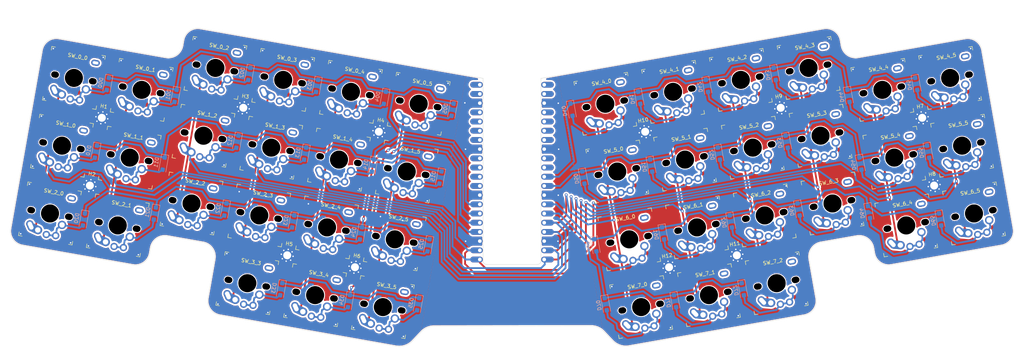
<source format=kicad_pcb>
(kicad_pcb (version 20240108) (generator "pcbnew") (generator_version "8.0")
  (title_block (title "Tapotin Keyboard") (date "2024-11-11") (rev "A") (company "MIT License"))
  (layers (0 "F.Cu" signal) (31 "B.Cu" signal) (34 "B.Paste" user) (35 "F.Paste" user) (36 "B.SilkS" user "B.Silkscreen") (37 "F.SilkS" user "F.Silkscreen") (38 "B.Mask" user) (39 "F.Mask" user) (44 "Edge.Cuts" user))
  (net 0 "")
  (net 1 "ROW1")
  (net 2 "ROW0")
  (net 3 "Net-(D00-A)")
  (net 4 "Net-(D01-A)")
  (net 5 "Net-(D02-A)")
  (net 6 "Net-(D03-A)")
  (net 7 "Net-(D04-A)")
  (net 8 "Net-(D05-A)")
  (net 9 "Net-(D10-A)")
  (net 10 "Net-(D11-A)")
  (net 11 "Net-(D12-A)")
  (net 12 "ROW2")
  (net 13 "Net-(D13-A)")
  (net 14 "Net-(D14-A)")
  (net 15 "Net-(D15-A)")
  (net 16 "Net-(D20-A)")
  (net 17 "Net-(D21-A)")
  (net 18 "Net-(D22-A)")
  (net 19 "Net-(D23-A)")
  (net 20 "Net-(D24-A)")
  (net 21 "Net-(D25-A)")
  (net 23 "ROW3")
  (net 25 "Net-(D33-A)")
  (net 26 "Net-(D34-A)")
  (net 27 "Net-(D35-A)")
  (net 28 "Net-(D40-A)")
  (net 29 "Net-(D41-A)")
  (net 30 "Net-(D42-A)")
  (net 31 "Net-(D43-A)")
  (net 32 "Net-(D44-A)")
  (net 33 "ROW4")
  (net 34 "Net-(D45-A)")
  (net 35 "ROW5")
  (net 36 "Net-(D50-A)")
  (net 37 "Net-(D51-A)")
  (net 38 "Net-(D52-A)")
  (net 39 "Net-(D53-A)")
  (net 40 "Net-(D54-A)")
  (net 41 "COL1")
  (net 42 "COL2")
  (net 43 "COL3")
  (net 44 "COL4")
  (net 45 "COL5")
  (net 46 "Net-(D55-A)")
  (net 47 "Net-(D60-A)")
  (net 48 "ROW6")
  (net 49 "Net-(D61-A)")
  (net 50 "Net-(D62-A)")
  (net 51 "Net-(D63-A)")
  (net 52 "Net-(D64-A)")
  (net 53 "Net-(D65-A)")
  (net 54 "ROW7")
  (net 55 "Net-(D70-A)")
  (net 56 "Net-(D71-A)")
  (net 57 "Net-(D72-A)")
  (net 58 "COL0")
  (net 63 "GND")
  (footprint "local_library:SW_Multi_Profile" (layer "F.Cu") (at 55.798935 55.153078 -10)
    (property "Reference" "SW_0_0")
    (property "Value" "SW_Push" (hide yes))
  )
  (footprint "MountingHole:MountingHole_2.2mm_M2_Pad_Via" (layer "F.Cu") (at 293.330013 84.869758 10)
    (property "Reference" "H8")
    (property "Value" "MountingHole_Pad" (hide yes))
  )
  (footprint "MountingHole:MountingHole_2.2mm_M2_Pad_Via" (layer "F.Cu") (at 220.134281 107.422694 10)
    (property "Reference" "H12")
    (property "Value" "MountingHole_Pad" (hide yes))
  )
  (footprint "local_library:SW_Multi_Profile" (layer "F.Cu") (at 301.03603 73.864426 10)
    (property "Reference" "SW_5_5")
    (property "Value" "SW_Push" (hide yes))
  )
  (footprint "local_library:SW_Multi_Profile" (layer "F.Cu") (at 122.396037 115.128708 -10)
    (property "Reference" "SW_3_4")
    (property "Value" "SW_Push" (hide yes))
  )
  (footprint "local_library:SW_Multi_Profile" (layer "F.Cu") (at 243.252326 74.406697 10)
    (property "Reference" "SW_5_2")
    (property "Value" "SW_Push" (hide yes))
  )
  (footprint "local_library:SW_Multi_Profile" (layer "F.Cu") (at 151.005329 62.293983 -10)
    (property "Reference" "SW_0_5")
    (property "Value" "SW_Push" (hide yes))
  )
  (footprint "MountingHole:MountingHole_2.2mm_M2_Pad_Via" (layer "F.Cu") (at 238.845629 104.123379 10)
    (property "Reference" "H11")
    (property "Value" "MountingHole_Pad" (hide yes))
  )
  (footprint "local_library:SW_Multi_Profile" (layer "F.Cu") (at 249.85096 111.829395 10)
    (property "Reference" "SW_7_2")
    (property "Value" "SW_Push" (hide yes))
  )
  (footprint "MountingHole:MountingHole_2.2mm_M2_Pad_Via" (layer "F.Cu") (at 290.030699 66.158413 10)
    (property "Reference" "H7")
    (property "Value" "MountingHole_Pad" (hide yes))
  )
  (footprint "local_library:SW_Multi_Profile" (layer "F.Cu") (at 265.262993 89.818732 10)
    (property "Reference" "SW_6_3")
    (property "Value" "SW_Push" (hide yes))
  )
  (footprint "local_library:SW_Multi_Profile" (layer "F.Cu") (at 71.210972 77.16374 -10)
    (property "Reference" "SW_1_1")
    (property "Value" "SW_Push" (hide yes))
  )
  (footprint "local_library:SW_Multi_Profile" (layer "F.Cu") (at 202.530317 62.293979 10)
    (property "Reference" "SW_4_0")
    (property "Value" "SW_Push" (hide yes))
  )
  (footprint "MountingHole:MountingHole_2.2mm_M2_Pad_Via" (layer "F.Cu") (at 133.401368 107.422693 -10)
    (property "Reference" "H6")
    (property "Value" "MountingHole_Pad" (hide yes))
  )
  (footprint "local_library:SW_Multi_Profile" (layer "F.Cu") (at 239.953012 55.695348 10)
    (property "Reference" "SW_4_2")
    (property "Value" "SW_Push" (hide yes))
  )
  (footprint "local_library:SW_Multi_Profile" (layer "F.Cu") (at 304.335342 92.575773 10)
    (property "Reference" "SW_6_5")
    (property "Value" "SW_Push" (hide yes))
  )
  (footprint "MountingHole:MountingHole_2.2mm_M2_Pad_Via" (layer "F.Cu") (at 213.535652 70.000001 10)
    (property "Reference" "H10")
    (property "Value" "MountingHole_Pad" (hide yes))
  )
  (footprint "local_library:SW_Multi_Profile" (layer "F.Cu") (at 261.963673 71.107384 10)
    (property "Reference" "SW_5_3")
    (property "Value" "SW_Push" (hide yes))
  )
  (footprint "local_library:SW_Multi_Profile" (layer "F.Cu") (at 282.32468 77.163739 10)
    (property "Reference" "SW_5_4")
    (property "Value" "SW_Push" (hide yes))
  )
  (footprint "local_library:SW_Multi_Profile" (layer "F.Cu") (at 91.571973 71.107382 -10)
    (property "Reference" "SW_1_2")
    (property "Value" "SW_Push" (hide yes))
  )
  (footprint "local_library:SW_Multi_Profile" (layer "F.Cu") (at 106.984007 93.118048 -10)
    (property "Reference" "SW_2_3")
    (property "Value" "SW_Push" (hide yes))
  )
  (footprint "local_library:SW_Multi_Profile" (layer "F.Cu") (at 103.68469 111.829393 -10)
    (property "Reference" "SW_3_3")
    (property "Value" "SW_Push" (hide yes))
  )
  (footprint "local_library:SW_Multi_Profile" (layer "F.Cu") (at 110.283325 74.406697 -10)
    (property "Reference" "SW_1_3")
    (property "Value" "SW_Push" (hide yes))
  )
  (footprint "local_library:SW_Multi_Profile" (layer "F.Cu") (at 113.582633 55.695349 -10)
    (property "Reference" "SW_0_3")
    (property "Value" "SW_Push" (hide yes))
  )
  (footprint "local_library:SW_Multi_Profile" (layer "F.Cu") (at 132.293986 58.994663 -10)
    (property "Reference" "SW_0_4")
    (property "Value" "SW_Push" (hide yes))
  )
  (footprint "local_library:SW_Multi_Profile" (layer "F.Cu") (at 128.994672 77.706014 -10)
    (property "Reference" "SW_1_4")
    (property "Value" "SW_Push" (hide yes))
  )
  (footprint "local_library:SW_Multi_Profile" (layer "F.Cu") (at 74.510286 58.452393 -10)
    (property "Reference" "SW_0_1")
    (property "Value" "SW_Push" (hide yes))
  )
  (footprint "local_library:SW_Multi_Profile" (layer "F.Cu") (at 285.623997 95.875089 10)
    (property "Reference" "SW_6_4")
    (property "Value" "SW_Push" (hide yes))
  )
  (footprint "MountingHole:MountingHole_2.2mm_M2_Pad_Via" (layer "F.Cu") (at 63.504953 66.158412 -10)
    (property "Reference" "H1")
    (property "Value" "MountingHole_Pad" (hide yes))
  )
  (footprint "local_library:SW_Multi_Profile" (layer "F.Cu") (at 246.551642 93.118045 10)
    (property "Reference" "SW_6_2")
    (property "Value" "SW_Push" (hide yes))
  )
  (footprint "MountingHole:MountingHole_2.2mm_M2_Pad_Via" (layer "F.Cu") (at 60.205635 84.869757 -10)
    (property "Reference" "H2")
    (property "Value" "MountingHole_Pad" (hide yes))
  )
  (footprint "local_library:SW_Multi_Profile" (layer "F.Cu") (at 94.87129 52.396035 -10)
    (property "Reference" "SW_0_2")
    (property "Value" "SW_Push" (hide yes))
  )
  (footprint "MountingHole:MountingHole_2.2mm_M2_Pad_Via" (layer "F.Cu") (at 102.577303 63.401367 -10)
    (property "Reference" "H3")
    (property "Value" "MountingHole_Pad" (hide yes))
  )
  (footprint "local_library:SW_Multi_Profile" (layer "F.Cu") (at 221.241667 58.994664 10)
    (property "Reference" "SW_4_1")
    (property "Value" "SW_Push" (hide yes))
  )
  (footprint "MountingHole:MountingHole_2.2mm_M2_Pad_Via" (layer "F.Cu") (at 140 70 -10)
    (property "Reference" "H4")
    (property "Value" "MountingHole_Pad" (hide yes))
  )
  (footprint "local_library:SW_Multi_Profile" (layer "F.Cu") (at 224.540983 77.706014 10)
    (property "Reference" "SW_5_1")
    (property "Value" "SW_Push" (hide yes))
  )
  (footprint "local_library:SW_Multi_Profile" (layer "F.Cu") (at 279.025362 58.452392 10)
    (property "Reference" "SW_4_4")
    (property "Value" "SW_Push" (hide yes))
  )
  (footprint "local_library:SW_Multi_Profile" (layer "F.Cu") (at 52.499621 73.864424 -10)
    (property "Reference" "SW_1_0")
    (property "Value" "SW_Push" (hide yes))
  )
  (footprint "local_library:SW_Multi_Profile" (layer "F.Cu") (at 125.695355 96.417361 -10)
    (property "Reference" "SW_2_4")
    (property "Value" "SW_Push" (hide yes))
  )
  (footprint "local_library:SW_Multi_Profile" (layer "F.Cu") (at 297.736715 55.153075 10)
    (property "Reference" "SW_4_5")
    (property "Value" "SW_Push" (hide yes))
  )
  (footprint "local_library:SW_Multi_Profile" (layer "F.Cu") (at 144.406698 99.716675 -10)
    (property "Reference" "SW_2_5")
    (property "Value" "SW_Push" (hide yes))
  )
  (footprint "local_library:SW_Multi_Profile" (layer "F.Cu") (at 88.272658 89.818727 -10)
    (property "Reference" "SW_2_2")
    (property "Value" "SW_Push" (hide yes))
  )
  (footprint "local_library:SW_Multi_Profile" (layer "F.Cu") (at 67.911653 95.875087 -10)
    (property "Reference" "SW_2_1")
    (property "Value" "SW_Push" (hide yes))
  )
  (footprint "local_library:SW_Multi_Profile" (layer "F.Cu") (at 258.664362 52.396034 10)
    (property "Reference" "SW_4_3")
    (property "Value" "SW_Push" (hide yes))
  )
  (footprint "local_library:SW_Multi_Profile" (layer "F.Cu") (at 231.139613 115.128708 10)
    (property "Reference" "SW_7_1")
    (property "Value" "SW_Push" (hide yes))
  )
  (footprint "local_library:SW_Multi_Profile" (layer "F.Cu") (at 227.840297 96.417359 10)
    (property "Reference" "SW_6_1")
    (property "Value" "SW_Push" (hide yes))
  )
  (footprint "local_library:SW_Multi_Profile" (layer "F.Cu") (at 141.107386 118.428024 -10)
    (property "Reference" "SW_3_5")
    (property "Value" "SW_Push" (hide yes))
  )
  (footprint "local_library:SW_Multi_Profile" (layer "F.Cu") (at 205.829633 81.005329 10)
    (property "Reference" "SW_5_0")
    (property "Value" "SW_Push" (hide yes))
  )
  (footprint "local_library:SW_Multi_Profile" (layer "F.Cu") (at 49.200305 92.575776 -10)
    (property "Reference" "SW_2_0")
    (property "Value" "SW_Push" (hide yes))
  )
  (footprint "local_library:SW_Multi_Profile" (layer "F.Cu") (at 147.706017 81.005327 -10)
    (property "Reference" "SW_1_5")
    (property "Value" "SW_Push" (hide yes))
  )
  (footprint "local_library:SW_Multi_Profile" (layer "F.Cu") (at 209.12895 99.716673 10)
    (property "Reference" "SW_6_0")
    (property "Value" "SW_Push" (hide yes))
  )
  (footprint "MountingHole:MountingHole_2.2mm_M2_Pad_Via" (layer "F.Cu") (at 250.958345 63.401368 10)
    (property "Reference" "H9")
    (property "Value" "MountingHole_Pad" (hide yes))
  )
  (footprint "local_library:SW_Multi_Profile" (layer "F.Cu") (at 212.428266 118.428024 10)
    (property "Reference" "SW_7_0")
    (property "Value" "SW_Push" (hide yes))
  )
  (footprint "MountingHole:MountingHole_2.2mm_M2_Pad_Via" (layer "F.Cu") (at 114.690022 104.123377 -10)
    (property "Reference" "H5")
    (property "Value" "MountingHole_Pad" (hide yes))
  )
  (footprint "local_library:my-SOD-123" (layer "B.Cu") (at 255.907316 91.468389 -80)
    (property "Reference" "D63")
    (property "Value" "D")
  )
  (footprint "local_library:my-SOD-123" (layer "B.Cu") (at 237.19597 94.767705 -80)
    (property "Reference" "D62")
    (property "Value" "D")
  )
  (footprint "local_library:my-SOD-123" (layer "B.Cu") (at 288.381036 56.802735 -80)
    (property "Reference" "D45")
    (property "Value" "D")
  )
  (footprint "local_library:my-SOD-123" (layer "B.Cu") (at 272.969007 78.813398 -80)
    (property "Reference" "D54")
    (property "Value" "D")
  )
  (footprint "local_library:my-SOD-123" (layer "B.Cu") (at 116.339679 94.7677 -100)
    (property "Reference" "D23")
    (property "Value" "D")
  )
  (footprint "local_library:my-SOD-123" (layer "B.Cu") (at 97.628335 91.468388 -100)
    (property "Reference" "D22")
    (property "Value" "D")
  )
  (footprint "local_library:my-SOD-123" (layer "B.Cu") (at 221.783938 116.778366 -80)
    (property "Reference" "D71")
    (property "Value" "D")
  )
  (footprint "local_library:my-SOD-123" (layer "B.Cu") (at 215.185306 79.355672 -80)
    (property "Reference" "D51")
    (property "Value" "D")
  )
  (footprint "local_library:my-SOD-123" (layer "B.Cu") (at 135.051031 98.067019 -100)
    (property "Reference" "D24")
    (property "Value" "D")
  )
  (footprint "local_library:my-SOD-123" (layer "B.Cu") (at 211.885992 60.644321 -80)
    (property "Reference" "D41")
    (property "Value" "D")
  )
  (footprint "local_library:my-SOD-123" (layer "B.Cu") (at 233.896655 76.056357 -80)
    (property "Reference" "D52")
    (property "Value" "D")
  )
  (footprint "local_library:my-SOD-123" (layer "B.Cu") (at 113.040364 113.479051 -100)
    (property "Reference" "D33")
    (property "Value" "D")
  )
  (footprint "local_library:my-SOD-123" (layer "B.Cu") (at 131.751716 116.778365 -100)
    (property "Reference" "D34")
    (property "Value" "D")
  )
  (footprint "local_library:my-SOD-123" (layer "B.Cu") (at 100.927651 72.757044 -100)
    (property "Reference" "D12")
    (property "Value" "D")
  )
  (footprint "local_library:my-SOD-123" (layer "B.Cu") (at 157.012451 82.6463 -100)
    (property "Reference" "D15")
    (property "Value" "D")
  )
  (footprint "local_library:my-SOD-123" (layer "B.Cu") (at 291.680357 75.514082 -80)
    (property "Reference" "D55")
    (property "Value" "D")
  )
  (footprint "local_library:my-SOD-123" (layer "B.Cu") (at 138.350344 79.35567 -100)
    (property "Reference" "D14")
    (property "Value" "D")
  )
  (footprint "local_library:my-SOD-123" (layer "B.Cu") (at 150.847943 117.606979 -100)
    (property "Reference" "D35")
    (property "Value" "D")
  )
  (footprint "local_library:my-SOD-123" (layer "B.Cu") (at 104.226965 54.045691 -100)
    (property "Reference" "D02")
    (property "Value" "D")
  )
  (footprint "local_library:my-SOD-123" (layer "B.Cu") (at 269.669689 60.10205 -80)
    (property "Reference" "D44")
    (property "Value" "D")
  )
  (footprint "local_library:my-SOD-123" (layer "B.Cu") (at 65.15461 56.802734 -100)
    (property "Reference" "D00")
    (property "Value" "D")
  )
  (footprint "local_library:my-SOD-123" (layer "B.Cu") (at 230.597337 57.345007 -80)
    (property "Reference" "D42")
    (property "Value" "D")
  )
  (footprint "local_library:my-SOD-123" (layer "B.Cu") (at 202.638472 117.615661 -80)
    (property "Reference" "D70")
    (property "Value" "D")
  )
  (footprint "local_library:my-SOD-123" (layer "B.Cu") (at 160.361003 63.943639 -100)
    (property "Reference" "D05")
    (property "Value" "D")
  )
  (footprint "local_library:my-SOD-123" (layer "B.Cu") (at 252.608 72.757039 -80)
    (property "Reference" "D53")
    (property "Value" "D")
  )
  (footprint "local_library:my-SOD-123" (layer "B.Cu") (at 61.8553 75.514084 -100)
    (property "Reference" "D10")
    (property "Value" "D")
  )
  (footprint "local_library:my-SOD-123" (layer "B.Cu") (at 80.566642 78.813395 -100)
    (property "Reference" "D11")
    (property "Value" "D")
  )
  (footprint "local_library:RPi_Pico_Space" (layer "B.Cu") (at 176.767829 81.161401 180)
    (property "Reference" "U1" (hide yes))
    (property "Value" "Pico")
  )
  (footprint "local_library:my-SOD-123" (layer "B.Cu") (at 249.308688 54.045692 -80)
    (property "Reference" "D43")
    (property "Value" "D")
  )
  (footprint "local_library:my-SOD-123" (layer "B.Cu") (at 196.47396 82.654985 -80)
    (property "Reference" "D50")
    (property "Value" "D")
  )
  (footprint "local_library:my-SOD-123" (layer "B.Cu") (at 122.938313 57.34501 -100)
    (property "Reference" "D03")
    (property "Value" "D")
  )
  (footprint "local_library:my-SOD-123" (layer "B.Cu") (at 218.484624 98.06702 -80)
    (property "Reference" "D61")
    (property "Value" "D")
  )
  (footprint "local_library:my-SOD-123" (layer "B.Cu") (at 78.135567 92.600707 -100)
    (property "Reference" "D21")
    (property "Value" "D")
  )
  (footprint "local_library:my-SOD-123" (layer "B.Cu") (at 153.713137 101.357654 -100)
    (property "Reference" "D25")
    (property "Value" "D")
  )
  (footprint "local_library:my-SOD-123" (layer "B.Cu") (at 141.64966 60.64432 -100)
    (property "Reference" "D04")
    (property "Value" "D")
  )
  (footprint "local_library:my-SOD-123" (layer "B.Cu") (at 193.174645 63.943642 -80)
    (property "Reference" "D40")
    (property "Value" "D")
  )
  (footprint "local_library:my-SOD-123" (layer "B.Cu") (at 240.495284 113.47905 -80)
    (property "Reference" "D72")
    (property "Value" "D")
  )
  (footprint "local_library:my-SOD-123" (layer "B.Cu") (at 275.328418 92.194285 -80)
    (property "Reference" "D64")
    (property "Value" "D")
  )
  (footprint "local_library:my-SOD-123" (layer "B.Cu") (at 294.979667 94.225429 -80)
    (property "Reference" "D65")
    (property "Value" "D")
  )
  (footprint "local_library:my-SOD-123" (layer "B.Cu") (at 119.638994 76.056357 -100)
    (property "Reference" "D13")
    (property "Value" "D")
  )
  (footprint "local_library:my-SOD-123" (layer "B.Cu") (at 83.865958 60.102054 -100)
    (property "Reference" "D01")
    (property "Value" "D")
  )
  (footprint "local_library:my-SOD-123" (layer "B.Cu") (at 199.773273 101.366335 -80)
    (property "Reference" "D60")
    (property "Value" "D")
  )
  (footprint "local_library:my-SOD-123" (layer "B.Cu") (at 58.555979 94.225431 -100)
    (property "Reference" "D20")
    (property "Value" "D")
  )
  (gr_line (start 184.767829 55.272566) (end 262.836723 41.506069) (stroke (width 0.1)) (layer "Edge.Cuts"))
  (gr_arc (start 86.0651 44.750706) (mid 87.710071 42.168769) (end 90.698929 41.506068) (stroke (width 0.1)) (layer "Edge.Cuts"))
  (gr_line (start 86.0651 44.750706) (end 85.804629 46.227917) (stroke (width 0.1)) (layer "Edge.Cuts"))
  (gr_line (start 198.545608 123.603701) (end 155.305418 123.659314) (stroke (width 0.1)) (layer "Edge.Cuts"))
  (gr_arc (start 258.830793 105.168869) (mid 259.493468 102.18) (end 262.075434 100.535048) (stroke (width 0.1)) (layer "Edge.Cuts"))
  (gr_arc (start 271.923511 98.798567) (mid 274.912426 99.461177) (end 276.55733 102.043205) (stroke (width 0.1)) (layer "Edge.Cuts"))
  (gr_line (start 169.767828 106.661401) (end 183.767828 106.661401) (stroke (width 0.1)) (layer "Edge.Cuts"))
  (gr_arc (start 41.554979 101.381961) (mid 38.972986 99.737024) (end 38.310339 96.748137) (stroke (width 0.1)) (layer "Edge.Cuts"))
  (gr_line (start 90.698929 41.506068) (end 168.767827 55.261403) (stroke (width 0.1)) (layer "Edge.Cuts"))
  (gr_arc (start 149.221316 127.812204) (mid 147.177925 129.064123) (end 144.787346 129.231163) (stroke (width 0.1)) (layer "Edge.Cuts"))
  (gr_line (start 271.923511 98.798567) (end 262.075434 100.535048) (stroke (width 0.1)) (layer "Edge.Cuts"))
  (gr_arc (start 260.740923 116.001755) (mid 260.078365 118.990693) (end 257.496288 120.635576) (stroke (width 0.1)) (layer "Edge.Cuts"))
  (gr_line (start 311.980669 101.381959) (end 281.451629 106.765055) (stroke (width 0.1)) (layer "Edge.Cuts"))
  (gr_arc (start 46.992751 47.50775) (mid 48.637673 44.925734) (end 51.626571 44.263111) (stroke (width 0.1)) (layer "Edge.Cuts"))
  (gr_arc (start 262.836723 41.506069) (mid 265.825589 42.168728) (end 267.47055 44.750702) (stroke (width 0.1)) (layer "Edge.Cuts"))
  (gr_arc (start 169.767828 106.661401) (mid 169.060722 106.368507) (end 168.767826 105.661401) (stroke (width 0.1)) (layer "Edge.Cuts"))
  (gr_line (start 267.47055 44.750702) (end 267.731018 46.227917) (stroke (width 0.1)) (layer "Edge.Cuts"))
  (gr_arc (start 91.460216 100.535048) (mid 94.042137 102.180052) (end 94.704855 105.16887) (stroke (width 0.1)) (layer "Edge.Cuts"))
  (gr_arc (start 209.063681 129.175554) (mid 206.673079 129.008589) (end 204.629711 127.756591) (stroke (width 0.1)) (layer "Edge.Cuts"))
  (gr_line (start 76.717842 103.520416) (end 76.978316 102.043205) (stroke (width 0.1)) (layer "Edge.Cuts"))
  (gr_arc (start 315.225309 96.748134) (mid 314.562715 99.737045) (end 311.980669 101.381959) (stroke (width 0.1)) (layer "Edge.Cuts"))
  (gr_line (start 96.039363 120.635579) (end 144.787346 129.231163) (stroke (width 0.1)) (layer "Edge.Cuts"))
  (gr_line (start 41.554979 101.381961) (end 72.084019 106.765052) (stroke (width 0.1)) (layer "Edge.Cuts"))
  (gr_arc (start 76.978316 102.043205) (mid 78.623241 99.461201) (end 81.612136 98.798567) (stroke (width 0.1)) (layer "Edge.Cuts"))
  (gr_arc (start 272.364841 49.472561) (mid 269.375906 48.809986) (end 267.731018 46.227917) (stroke (width 0.1)) (layer "Edge.Cuts"))
  (gr_arc (start 184.767827 105.661403) (mid 184.474933 106.368507) (end 183.767828 106.661401) (stroke (width 0.1)) (layer "Edge.Cuts"))
  (gr_line (start 94.704855 105.16887) (end 92.794725 116.001756) (stroke (width 0.1)) (layer "Edge.Cuts"))
  (gr_arc (start 198.545608 123.603701) (mid 200.459032 123.984297) (end 202.081146 125.068169) (stroke (width 0.1)) (layer "Edge.Cuts"))
  (gr_line (start 184.767827 105.661403) (end 184.767829 55.272566) (stroke (width 0.1)) (layer "Edge.Cuts"))
  (gr_arc (start 301.909077 44.263108) (mid 304.897966 44.925749) (end 306.5429 47.507751) (stroke (width 0.1)) (layer "Edge.Cuts"))
  (gr_line (start 168.767827 55.261403) (end 168.767826 105.661401) (stroke (width 0.1)) (layer "Edge.Cuts"))
  (gr_arc (start 96.039363 120.635579) (mid 93.457371 118.990639) (end 92.794725 116.001756) (stroke (width 0.1)) (layer "Edge.Cuts"))
  (gr_arc (start 281.451629 106.765055) (mid 278.462681 106.10248) (end 276.817806 103.520415) (stroke (width 0.1)) (layer "Edge.Cuts"))
  (gr_line (start 258.830793 105.168869) (end 260.740924 116.001758) (stroke (width 0.1)) (layer "Edge.Cuts"))
  (gr_line (start 204.629711 127.756591) (end 202.081146 125.068169) (stroke (width 0.1)) (layer "Edge.Cuts"))
  (gr_line (start 149.221316 127.812204) (end 151.769884 125.123779) (stroke (width 0.1)) (layer "Edge.Cuts"))
  (gr_arc (start 151.769884 125.123779) (mid 153.391983 124.039869) (end 155.305418 123.659314) (stroke (width 0.1)) (layer "Edge.Cuts"))
  (gr_line (start 276.55733 102.043205) (end 276.817806 103.520415) (stroke (width 0.1)) (layer "Edge.Cuts"))
  (gr_line (start 272.364841 49.472561) (end 301.909077 44.263108) (stroke (width 0.1)) (layer "Edge.Cuts"))
  (gr_arc (start 76.717842 103.520416) (mid 75.072921 106.102439) (end 72.084019 106.765052) (stroke (width 0.1)) (layer "Edge.Cuts"))
  (gr_line (start 306.5429 47.507751) (end 315.225309 96.748134) (stroke (width 0.1)) (layer "Edge.Cuts"))
  (gr_arc (start 85.804629 46.227917) (mid 84.159706 48.809939) (end 81.170802 49.472557) (stroke (width 0.1)) (layer "Edge.Cuts"))
  (gr_line (start 51.626571 44.263111) (end 81.170802 49.472557) (stroke (width 0.1)) (layer "Edge.Cuts"))
  (gr_line (start 257.496288 120.635576) (end 209.063681 129.175554) (stroke (width 0.1)) (layer "Edge.Cuts"))
  (gr_line (start 46.992751 47.50775) (end 38.310339 96.748137) (stroke (width 0.1)) (layer "Edge.Cuts"))
  (gr_line (start 81.612136 98.798567) (end 91.460216 100.535048) (stroke (width 0.1)) (layer "Edge.Cuts"))
  (segment (start 163.292917 78.73295) (end 163.292917 91.146815) (width 0.5) (layer "B.Cu") (net 1))
  (segment (start 164.737508 92.591405) (end 167.698296 92.591402) (width 0.5) (layer "B.Cu") (net 1))
  (segment (start 127.427895 73.560975) (end 131.884637 74.346819) (width 0.5) (layer "B.Cu") (net 1))
  (segment (start 80.861844 77.139221) (end 80.861848 77.13922) (width 0.5) (layer "B.Cu") (net 1))
  (segment (start 163.292917 91.146815) (end 164.737508 92.591405) (width 0.5) (layer "B.Cu") (net 1))
  (segment (start 124.98355 75.272523) (end 127.427895 73.560975) (width 0.5) (layer "B.Cu") (net 1))
  (segment (start 152.307532 80.090476) (end 157.356892 80.980814) (width 0.5) (layer "B.Cu") (net 1))
  (segment (start 133.596184 76.791161) (end 138.645543 77.6815) (width 0.5) (layer "B.Cu") (net 1))
  (segment (start 80.861848 77.13922) (end 81.926711 71.100083) (width 0.5) (layer "B.Cu") (net 1))
  (segment (start 138.645546 77.681494) (end 138.645546 77.681495) (width 0.5) (layer "B.Cu") (net 1))
  (segment (start 143.694899 78.571839) (end 146.139243 76.860291) (width 0.5) (layer "B.Cu") (net 1))
  (segment (start 131.884637 74.346819) (end 133.596184 76.791161) (width 0.5) (layer "B.Cu") (net 1))
  (segment (start 88.27238 66.6568) (end 95.12891 67.865788) (width 0.5) (layer "B.Cu") (net 1))
  (segment (start 139.057569 75.344796) (end 138.645546 77.681494) (width 0.5) (layer "B.Cu") (net 1))
  (segment (start 69.644196 73.018703) (end 74.100938 73.804546) (width 0.5) (layer "B.Cu") (net 1))
  (segment (start 141.985276 73.294794) (end 142.943244 73.46371) (width 0.5) (layer "B.Cu") (net 1))
  (segment (start 142.943244 73.46371) (end 145.869371 71.414812) (width 0.5) (layer "B.Cu") (net 1))
  (segment (start 101.222852 71.082871) (end 96.840463 70.310137) (width 0.5) (layer "B.Cu") (net 1))
  (segment (start 159.901142 73.888993) (end 163.292917 78.73295) (width 0.5) (layer "B.Cu") (net 1))
  (segment (start 108.716548 70.261659) (end 113.17329 71.047503) (width 0.5) (layer "B.Cu") (net 1))
  (segment (start 95.12891 67.865788) (end 96.840463 70.310137) (width 0.5) (layer "B.Cu") (net 1))
  (segment (start 150.595985 77.646134) (end 152.307532 80.090476) (width 0.5) (layer "B.Cu") (net 1))
  (segment (start 146.139243 76.860291) (end 150.595985 77.646134) (width 0.5) (layer "B.Cu") (net 1))
  (segment (start 74.100938 73.804546) (end 75.812483 76.248888) (width 0.5) (layer "B.Cu") (net 1))
  (segment (start 145.869371 71.414812) (end 159.901142 73.888993) (width 0.5) (layer "B.Cu") (net 1))
  (segment (start 106.272203 71.973207) (end 108.716548 70.261659) (width 0.5) (layer "B.Cu") (net 1))
  (segment (start 114.884837 73.491845) (end 119.934198 74.382184) (width 0.5) (layer "B.Cu") (net 1))
  (segment (start 113.17329 71.047503) (end 114.884837 73.491845) (width 0.5) (layer "B.Cu") (net 1))
  (segment (start 75.812483 76.248888) (end 80.861845 77.139226) (width 0.5) (layer "B.Cu") (net 1))
  (segment (start 67.199852 74.730251) (end 69.644196 73.018703) (width 0.5) (layer "B.Cu") (net 1))
  (segment (start 138.645546 77.6815) (end 143.694899 78.571839) (width 0.5) (layer "B.Cu") (net 1))
  (segment (start 62.150499 73.839914) (end 67.199852 74.730251) (width 0.5) (layer "B.Cu") (net 1))
  (segment (start 139.057569 75.344796) (end 141.985276 73.294794) (width 0.5) (layer "B.Cu") (net 1))
  (segment (start 81.926711 71.100083) (end 88.27238 66.6568) (width 0.5) (layer "B.Cu") (net 1))
  (segment (start 119.9342 74.382187) (end 124.98355 75.272523) (width 0.5) (layer "B.Cu") (net 1))
  (segment (start 101.222852 71.082871) (end 106.272203 71.973207) (width 0.5) (layer "B.Cu") (net 1))
  (segment (start 72.94351 54.307356) (end 77.400253 55.093199) (width 0.5) (layer "B.Cu") (net 2))
  (segment (start 99.472805 51.481183) (end 97.761258 49.036841) (width 0.5) (layer "B.Cu") (net 2))
  (segment (start 164.029545 78.027135) (end 164.029547 89.171032) (width 0.5) (layer "B.Cu") (net 2))
  (segment (start 141.944861 58.970154) (end 146.994215 59.860491) (width 0.5) (layer "B.Cu") (net 2))
  (segment (start 164.909918 90.051404) (end 167.6983 90.051402) (width 0.5) (layer "B.Cu") (net 2))
  (segment (start 164.029547 89.171032) (end 164.909918 90.051404) (width 0.5) (layer "B.Cu") (net 2))
  (segment (start 145.992039 70.421016) (end 160.494203 72.97814) (width 0.5) (layer "B.Cu") (net 2))
  (segment (start 160.494203 72.97814) (end 164.029545 78.027135) (width 0.5) (layer "B.Cu") (net 2))
  (segment (start 155.606845 61.379129) (end 160.656207 62.269467) (width 0.5) (layer "B.Cu") (net 2))
  (segment (start 109.571518 53.26186) (end 112.015863 51.550313) (width 0.5) (layer "B.Cu") (net 2))
  (segment (start 136.895499 58.079813) (end 141.94486 58.970152) (width 0.5) (layer "B.Cu") (net 2))
  (segment (start 135.183952 55.635471) (end 136.895499 58.079813) (width 0.5) (layer "B.Cu") (net 2))
  (segment (start 104.522166 52.371521) (end 99.472805 51.481183) (width 0.5) (layer "B.Cu") (net 2))
  (segment (start 104.522168 52.371523) (end 109.571518 53.26186) (width 0.5) (layer "B.Cu") (net 2))
  (segment (start 128.282867 56.561176) (end 130.727211 54.849627) (width 0.5) (layer "B.Cu") (net 2))
  (segment (start 65.449815 55.128566) (end 70.499167 56.018903) (width 0.5) (layer "B.Cu") (net 2))
  (segment (start 149.438557 58.148943) (end 153.8953 58.934787) (width 0.5) (layer "B.Cu") (net 2))
  (segment (start 112.015863 51.550313) (end 116.472605 52.336156) (width 0.5) (layer "B.Cu") (net 2))
  (segment (start 144.063535 59.343734) (end 142.891173 65.992523) (width 0.5) (layer "B.Cu") (net 2))
  (segment (start 153.8953 58.934787) (end 155.606845 61.379129) (width 0.5) (layer "B.Cu") (net 2))
  (segment (start 116.472605 52.336156) (end 118.184154 54.780498) (width 0.5) (layer "B.Cu") (net 2))
  (segment (start 118.184154 54.780498) (end 123.233511 55.670837) (width 0.5) (layer "B.Cu") (net 2))
  (segment (start 97.761258 49.036841) (end 90.842497 47.816876) (width 0.5) (layer "B.Cu") (net 2))
  (segment (start 79.1118 57.537541) (end 84.161159 58.427879) (width 0.5) (layer "B.Cu") (net 2))
  (segment (start 85.3546 51.659543) (end 84.16116 58.42788) (width 0.5) (layer "B.Cu") (net 2))
  (segment (start 90.842497 47.816876) (end 85.3546 51.659543) (width 0.5) (layer "B.Cu") (net 2))
  (segment (start 130.727211 54.849627) (end 135.183952 55.635471) (width 0.5) (layer "B.Cu") (net 2))
  (segment (start 123.233515 55.670839) (end 128.282867 56.561176) (width 0.5) (layer "B.Cu") (net 2))
  (segment (start 70.499167 56.018903) (end 72.94351 54.307356) (width 0.5) (layer "B.Cu") (net 2))
  (segment (start 77.400253 55.093199) (end 79.1118 57.537541) (width 0.5) (layer "B.Cu") (net 2))
  (segment (start 146.994215 59.860491) (end 149.438557 58.148943) (width 0.5) (layer "B.Cu") (net 2))
  (segment (start 142.891173 65.992523) (end 145.992039 70.421016) (width 0.5) (layer "B.Cu") (net 2))
  (segment (start 59.109989 58.316093) (end 63.886303 59.158284) (width 0.5) (layer "B.Cu") (net 3))
  (segment (start 57.360962 61.267205) (end 57.708259 59.29759) (width 0.5) (layer "B.Cu") (net 3))
  (segment (start 54.774415 60.963442) (end 57.187193 61.388881) (width 0.5) (layer "B.Cu") (net 3))
  (segment (start 63.886303 59.158284) (end 64.859409 58.476909) (width 0.5) (layer "B.Cu") (net 3))
  (segment (start 57.187193 61.388881) (end 57.360962 61.267205) (width 0.5) (layer "B.Cu") (net 3))
  (segment (start 57.708259 59.29759) (end 59.109987 58.316089) (width 0.5) (layer "B.Cu") (net 3))
  (segment (start 77.821334 61.615409) (end 82.59765 62.457601) (width 0.5) (layer "B.Cu") (net 4))
  (segment (start 76.419609 62.596906) (end 77.821336 61.615406) (width 0.5) (layer "B.Cu") (net 4))
  (segment (start 76.072311 64.566525) (end 76.419609 62.596906) (width 0.5) (layer "B.Cu") (net 4))
  (segment (start 73.485761 64.262758) (end 75.898543 64.688198) (width 0.5) (layer "B.Cu") (net 4))
  (segment (start 82.59765 62.457601) (end 83.570756 61.776223) (width 0.5) (layer "B.Cu") (net 4))
  (segment (start 75.898543 64.688198) (end 76.072311 64.566525) (width 0.5) (layer "B.Cu") (net 4))
  (segment (start 98.18234 55.55905) (end 102.958654 56.401243) (width 0.5) (layer "B.Cu") (net 5))
  (segment (start 93.846768 58.206403) (end 96.259546 58.63184) (width 0.5) (layer "B.Cu") (net 5))
  (segment (start 96.433314 58.510164) (end 96.780612 56.540546) (width 0.5) (layer "B.Cu") (net 5))
  (segment (start 96.780612 56.540546) (end 98.18234 55.559045) (width 0.5) (layer "B.Cu") (net 5))
  (segment (start 96.259546 58.63184) (end 96.433314 58.510164) (width 0.5) (layer "B.Cu") (net 5))
  (segment (start 102.958654 56.401243) (end 103.93176 55.719866) (width 0.5) (layer "B.Cu") (net 5))
  (segment (start 116.893688 58.858365) (end 121.670003 59.700559) (width 0.5) (layer "B.Cu") (net 6))
  (segment (start 115.491957 59.83986) (end 116.893686 58.85836) (width 0.5) (layer "B.Cu") (net 6))
  (segment (start 115.14466 61.80948) (end 115.491957 59.83986) (width 0.5) (layer "B.Cu") (net 6))
  (segment (start 121.670003 59.700559) (end 122.643109 59.019182) (width 0.5) (layer "B.Cu") (net 6))
  (segment (start 114.970892 61.931153) (end 115.14466 61.80948) (width 0.5) (layer "B.Cu") (net 6))
  (segment (start 112.558115 61.505716) (end 114.970892 61.931153) (width 0.5) (layer "B.Cu") (net 6))
  (segment (start 133.682239 65.230465) (end 133.856008 65.108792) (width 0.5) (layer "B.Cu") (net 7))
  (segment (start 135.605035 62.157681) (end 140.381349 62.999872) (width 0.5) (layer "B.Cu") (net 7))
  (segment (start 133.856008 65.108792) (end 134.203303 63.139178) (width 0.5) (layer "B.Cu") (net 7))
  (segment (start 131.269461 64.80503) (end 133.682239 65.230465) (width 0.5) (layer "B.Cu") (net 7))
  (segment (start 134.203303 63.139178) (end 135.605036 62.157674) (width 0.5) (layer "B.Cu") (net 7))
  (segment (start 140.381349 62.999872) (end 141.354456 62.318498) (width 0.5) (layer "B.Cu") (net 7))
  (segment (start 154.316382 65.456996) (end 159.092698 66.299188) (width 0.5) (layer "B.Cu") (net 8))
  (segment (start 152.567354 68.408111) (end 152.91465 66.438496) (width 0.5) (layer "B.Cu") (net 8))
  (segment (start 149.980807 68.104348) (end 152.393587 68.529788) (width 0.5) (layer "B.Cu") (net 8))
  (segment (start 159.092698 66.299188) (end 160.065804 65.617812) (width 0.5) (layer "B.Cu") (net 8))
  (segment (start 152.91465 66.438496) (end 154.316381 65.456994) (width 0.5) (layer "B.Cu") (net 8))
  (segment (start 152.393587 68.529788) (end 152.567354 68.408111) (width 0.5) (layer "B.Cu") (net 8))
  (segment (start 53.887881 80.10023) (end 54.061645 79.978555) (width 0.5) (layer "B.Cu") (net 9))
  (segment (start 54.408943 78.008939) (end 55.810673 77.027435) (width 0.5) (layer "B.Cu") (net 9))
  (segment (start 54.061645 79.978555) (end 54.408943 78.008939) (width 0.5) (layer "B.Cu") (net 9))
  (segment (start 55.810673 77.027439) (end 60.586986 77.869633) (width 0.5) (layer "B.Cu") (net 9))
  (segment (start 51.475101 79.674792) (end 53.887881 80.10023) (width 0.5) (layer "B.Cu") (net 9))
  (segment (start 60.586986 77.869633) (end 61.560095 77.188257) (width 0.5) (layer "B.Cu") (net 9))
  (segment (start 72.599224 83.399544) (end 72.772996 83.27787) (width 0.5) (layer "B.Cu") (net 10))
  (segment (start 74.522021 80.326755) (end 79.298335 81.168949) (width 0.5) (layer "B.Cu") (net 10))
  (segment (start 73.120292 81.308255) (end 74.522022 80.326753) (width 0.5) (layer "B.Cu") (net 10))
  (segment (start 70.186446 82.974106) (end 72.599224 83.399544) (width 0.5) (layer "B.Cu") (net 10))
  (segment (start 79.298335 81.168949) (end 80.271441 80.487572) (width 0.5) (layer "B.Cu") (net 10))
  (segment (start 72.772996 83.27787) (end 73.120292 81.308255) (width 0.5) (layer "B.Cu") (net 10))
  (segment (start 99.65934 75.112591) (end 100.632446 74.431214) (width 0.5) (layer "B.Cu") (net 11))
  (segment (start 93.481299 75.251891) (end 94.883026 74.270392) (width 0.5) (layer "B.Cu") (net 11))
  (segment (start 93.134 77.221515) (end 93.481299 75.251891) (width 0.5) (layer "B.Cu") (net 11))
  (segment (start 92.96023 77.343184) (end 93.134 77.221515) (width 0.5) (layer "B.Cu") (net 11))
  (segment (start 90.547451 76.917748) (end 92.96023 77.343184) (width 0.5) (layer "B.Cu") (net 11))
  (segment (start 94.883025 74.270397) (end 99.65934 75.112591) (width 0.5) (layer "B.Cu") (net 11))
  (segment (start 138.610818 77.878457) (end 135.758254 94.056147) (width 0.5) (layer "F.Cu") (net 12))
  (segment (start 142.549565 75.120517) (end 138.610818 77.878457) (width 0.5) (layer "F.Cu") (net 12))
  (via (at 142.549565 75.120517) (size 0.8) (drill 0.4) (layers "F.Cu" "B.Cu") (net 12))
  (via (at 135.758254 94.056147) (size 0.8) (drill 0.4) (layers "F.Cu" "B.Cu") (net 12))
  (segment (start 102.972888 90.684555) (end 105.417233 88.973007) (width 0.5) (layer "B.Cu") (net 12))
  (segment (start 116.634883 93.093533) (end 121.684236 93.983871) (width 0.5) (layer "B.Cu") (net 12))
  (segment (start 130.296868 95.502508) (end 135.346229 96.392846) (width 0.5) (layer "B.Cu") (net 12))
  (segment (start 162.567826 92.921721) (end 164.77751 95.131402) (width 0.5) (layer "B.Cu") (net 12))
  (segment (start 78.797171 88.848592) (end 84.010221 85.198373) (width 0.5) (layer "B.Cu") (net 12))
  (segment (start 159.333572 74.804343) (end 162.567828 79.423338) (width 0.5) (layer "B.Cu") (net 12))
  (segment (start 135.758254 94.056147) (end 135.346231 96.392846) (width 0.5) (layer "B.Cu") (net 12))
  (segment (start 65.009862 86.417512) (end 78.797171 88.848592) (width 0.5) (layer "B.Cu") (net 12))
  (segment (start 84.010221 85.198373) (end 91.162627 86.459534) (width 0.5) (layer "B.Cu") (net 12))
  (segment (start 121.684236 93.983871) (end 124.128579 92.272322) (width 0.5) (layer "B.Cu") (net 12))
  (segment (start 142.839928 95.571638) (end 147.296668 96.357481) (width 0.5) (layer "B.Cu") (net 12))
  (segment (start 135.346231 96.392846) (end 135.346229 96.392845) (width 0.25) (layer "B.Cu") (net 12))
  (segment (start 135.346232 96.392849) (end 140.395582 97.283185) (width 0.5) (layer "B.Cu") (net 12))
  (segment (start 58.768701 93.019037) (end 59.217585 90.473316) (width 0.5) (layer "B.Cu") (net 12))
  (segment (start 109.873974 89.75885) (end 111.58552 92.203193) (width 0.5) (layer "B.Cu") (net 12))
  (segment (start 97.923537 89.794217) (end 102.972888 90.684555) (width 0.5) (layer "B.Cu") (net 12))
  (segment (start 162.567828 79.423338) (end 162.567828 92.921718) (width 0.5) (layer "B.Cu") (net 12))
  (segment (start 128.585322 93.058166) (end 130.296868 95.502508) (width 0.5) (layer "B.Cu") (net 12))
  (segment (start 92.874174 88.903877) (end 97.923533 89.794216) (width 0.5) (layer "B.Cu") (net 12))
  (segment (start 59.217586 90.473311) (end 65.009862 86.417512) (width 0.5) (layer "B.Cu") (net 12))
  (segment (start 105.417233 88.973007) (end 109.873974 89.75885) (width 0.5) (layer "B.Cu") (net 12))
  (segment (start 164.77751 95.131402) (end 167.698299 95.131404) (width 0.5) (layer "B.Cu") (net 12))
  (segment (start 78.797166 88.848595) (end 78.430769 90.926535) (width 0.5) (layer "B.Cu") (net 12))
  (segment (start 111.58552 92.203193) (end 116.634882 93.093531) (width 0.5) (layer "B.Cu") (net 12))
  (segment (start 162.567828 92.921718) (end 162.567826 92.921721) (width 0.5) (layer "B.Cu") (net 12))
  (segment (start 135.346229 96.392845) (end 135.346229 96.392846) (width 0.25) (layer "B.Cu") (net 12))
  (segment (start 91.162627 86.459534) (end 92.874174 88.903877) (width 0.5) (layer "B.Cu") (net 12))
  (segment (start 142.549565 75.120517) (end 146.286608 72.503812) (width 0.5) (layer "B.Cu") (net 12))
  (segment (start 140.395582 97.283185) (end 142.839928 95.571638) (width 0.5) (layer "B.Cu") (net 12))
  (segment (start 124.128579 92.272322) (end 128.585322 93.058166) (width 0.5) (layer "B.Cu") (net 12))
  (segment (start 146.286608 72.503812) (end 159.333572 74.804343) (width 0.5) (layer "B.Cu") (net 12))
  (segment (start 149.008216 98.801824) (end 154.057577 99.692162) (width 0.5) (layer "B.Cu") (net 12))
  (segment (start 59.217585 90.473316) (end 59.217586 90.473311) (width 0.5) (layer "B.Cu") (net 12))
  (segment (start 147.296668 96.357481) (end 149.008216 98.801824) (width 0.5) (layer "B.Cu") (net 12))
  (segment (start 78.797171 88.848592) (end 78.797166 88.848595) (width 0.5) (layer "B.Cu") (net 12))
  (segment (start 118.370687 78.411905) (end 119.343793 77.730528) (width 0.5) (layer "B.Cu") (net 13))
  (segment (start 109.258799 80.217063) (end 111.671578 80.6425) (width 0.5) (layer "B.Cu") (net 13))
  (segment (start 112.192642 78.551212) (end 113.594375 77.569708) (width 0.5) (layer "B.Cu") (net 13))
  (segment (start 111.671578 80.6425) (end 111.845348 80.520829) (width 0.5) (layer "B.Cu") (net 13))
  (segment (start 111.845348 80.520829) (end 112.192642 78.551212) (width 0.5) (layer "B.Cu") (net 13))
  (segment (start 113.594373 77.569713) (end 118.370687 78.411905) (width 0.5) (layer "B.Cu") (net 13))
  (segment (start 127.970146 83.516378) (end 130.382924 83.941816) (width 0.5) (layer "B.Cu") (net 14))
  (segment (start 137.082034 81.711221) (end 138.05514 81.029845) (width 0.5) (layer "B.Cu") (net 14))
  (segment (start 130.903993 81.850526) (end 132.305721 80.869025) (width 0.5) (layer "B.Cu") (net 14))
  (segment (start 132.305721 80.869027) (end 137.082034 81.711221) (width 0.5) (layer "B.Cu") (net 14))
  (segment (start 130.556696 83.820143) (end 130.903993 81.850526) (width 0.5) (layer "B.Cu") (net 14))
  (segment (start 130.382924 83.941816) (end 130.556696 83.820143) (width 0.5) (layer "B.Cu") (net 14))
  (segment (start 155.793382 85.010535) (end 156.766487 84.32916) (width 0.5) (layer "B.Cu") (net 15))
  (segment (start 146.681494 86.815692) (end 149.094272 87.24113) (width 0.5) (layer "B.Cu") (net 15))
  (segment (start 151.017067 84.168343) (end 155.793382 85.010535) (width 0.5) (layer "B.Cu") (net 15))
  (segment (start 149.615338 85.149839) (end 151.017068 84.168339) (width 0.5) (layer "B.Cu") (net 15))
  (segment (start 149.268041 87.119459) (end 149.615338 85.149839) (width 0.5) (layer "B.Cu") (net 15))
  (segment (start 149.094272 87.24113) (end 149.268041 87.119459) (width 0.5) (layer "B.Cu") (net 15))
  (segment (start 52.511356 95.738787) (end 57.287672 96.580981) (width 0.5) (layer "B.Cu") (net 16))
  (segment (start 57.287672 96.580981) (end 58.260778 95.899604) (width 0.5) (layer "B.Cu") (net 16))
  (segment (start 48.175783 98.386139) (end 50.588563 98.811577) (width 0.5) (layer "B.Cu") (net 16))
  (segment (start 50.588563 98.811577) (end 50.762332 98.689901) (width 0.5) (layer "B.Cu") (net 16))
  (segment (start 51.109629 96.720288) (end 52.511356 95.738787) (width 0.5) (layer "B.Cu") (net 16))
  (segment (start 50.762332 98.689901) (end 51.109629 96.720288) (width 0.5) (layer "B.Cu") (net 16))
  (segment (start 69.299911 102.110893) (end 69.473679 101.989219) (width 0.5) (layer "B.Cu") (net 17))
  (segment (start 77.473968 96.352823) (end 77.840366 94.27488) (width 0.5) (layer "B.Cu") (net 17))
  (segment (start 69.820976 100.019597) (end 71.222704 99.038098) (width 0.5) (layer "B.Cu") (net 17))
  (segment (start 66.887131 101.685452) (end 69.299911 102.110893) (width 0.5) (layer "B.Cu") (net 17))
  (segment (start 69.473679 101.989219) (end 69.820976 100.019597) (width 0.5) (layer "B.Cu") (net 17))
  (segment (start 71.222704 99.038098) (end 73.152929 99.378447) (width 0.5) (layer "B.Cu") (net 17))
  (segment (start 73.152929 99.378447) (end 77.473968 96.352823) (width 0.5) (layer "B.Cu") (net 17))
  (segment (start 91.58371 92.981745) (end 96.360023 93.823938) (width 0.5) (layer "B.Cu") (net 18))
  (segment (start 89.834683 95.932858) (end 90.181979 93.96324) (width 0.5) (layer "B.Cu") (net 18))
  (segment (start 96.360023 93.823938) (end 97.333131 93.142561) (width 0.5) (layer "B.Cu") (net 18))
  (segment (start 87.248136 95.629096) (end 89.660915 96.054532) (width 0.5) (layer "B.Cu") (net 18))
  (segment (start 90.181979 93.96324) (end 91.583711 92.981738) (width 0.5) (layer "B.Cu") (net 18))
  (segment (start 89.660915 96.054532) (end 89.834683 95.932858) (width 0.5) (layer "B.Cu") (net 18))
  (segment (start 108.372264 99.353849) (end 108.546031 99.232177) (width 0.5) (layer "B.Cu") (net 19))
  (segment (start 115.071372 97.123253) (end 116.044479 96.441877) (width 0.5) (layer "B.Cu") (net 19))
  (segment (start 108.546031 99.232177) (end 108.893328 97.262561) (width 0.5) (layer "B.Cu") (net 19))
  (segment (start 105.959481 98.928414) (end 108.372264 99.353849) (width 0.5) (layer "B.Cu") (net 19))
  (segment (start 110.295057 96.28106) (end 115.071372 97.123253) (width 0.5) (layer "B.Cu") (net 19))
  (segment (start 108.893328 97.262561) (end 110.295057 96.281059) (width 0.5) (layer "B.Cu") (net 19))
  (segment (start 133.782719 100.422568) (end 134.755825 99.741191) (width 0.5) (layer "B.Cu") (net 20))
  (segment (start 124.67083 102.227725) (end 127.083611 102.653166) (width 0.5) (layer "B.Cu") (net 20))
  (segment (start 127.257381 102.531491) (end 127.604677 100.561873) (width 0.5) (layer "B.Cu") (net 20))
  (segment (start 127.083611 102.653166) (end 127.257381 102.531491) (width 0.5) (layer "B.Cu") (net 20))
  (segment (start 129.006404 99.580375) (end 133.782719 100.422568) (width 0.5) (layer "B.Cu") (net 20))
  (segment (start 127.604677 100.561873) (end 129.006407 99.580372) (width 0.5) (layer "B.Cu") (net 20))
  (segment (start 143.382177 105.527039) (end 145.794954 105.952482) (width 0.5) (layer "B.Cu") (net 21))
  (segment (start 146.316021 103.861189) (end 147.717751 102.879688) (width 0.5) (layer "B.Cu") (net 21))
  (segment (start 147.71775 102.879691) (end 152.494065 103.721883) (width 0.5) (layer "B.Cu") (net 21))
  (segment (start 145.794954 105.952482) (end 145.968724 105.830806) (width 0.5) (layer "B.Cu") (net 21))
  (segment (start 152.494065 103.721883) (end 153.467172 103.040507) (width 0.5) (layer "B.Cu") (net 21))
  (segment (start 145.968724 105.830806) (end 146.316021 103.861189) (width 0.5) (layer "B.Cu") (net 21))
  (segment (start 136.467906 110.187191) (end 132.413312 113.026245) (width 0.5) (layer "F.Cu") (net 23))
  (segment (start 141.211752 77.524732) (end 136.557983 103.917582) (width 0.5) (layer "F.Cu") (net 23))
  (segment (start 137.369141 105.076035) (end 136.467906 110.187191) (width 0.5) (layer "F.Cu") (net 23))
  (segment (start 136.557983 103.917582) (end 137.369141 105.076035) (width 0.5) (layer "F.Cu") (net 23))
  (segment (start 144.107891 75.496835) (end 141.211752 77.524732) (width 0.5) (layer "F.Cu") (net 23))
  (via (at 144.107891 75.496835) (size 0.8) (drill 0.4) (layers "F.Cu" "B.Cu") (net 23))
  (via (at 132.413312 113.026245) (size 0.8) (drill 0.4) (layers "F.Cu" "B.Cu") (net 23))
  (segment (start 139.540611 114.282985) (end 144.489756 115.155654) (width 0.5) (layer "B.Cu") (net 23))
  (segment (start 144.107891 75.496835) (end 146.802323 73.610173) (width 0.5) (layer "B.Cu") (net 23))
  (segment (start 148.042211 116.530673) (end 149.348086 115.616289) (width 0.5) (layer "B.Cu") (net 23))
  (segment (start 125.286005 111.769513) (end 126.997552 114.213855) (width 0.5) (layer "B.Cu") (net 23))
  (segment (start 126.997552 114.213855) (end 132.046914 115.104194) (width 0.5) (layer "B.Cu") (net 23))
  (segment (start 120.829265 110.98367) (end 125.286005 111.769513) (width 0.5) (layer "B.Cu") (net 23))
  (segment (start 146.802323 73.610173) (end 158.822613 75.729675) (width 0.5) (layer "B.Cu") (net 23))
  (segment (start 161.845465 80.046754) (end 161.845465 94.699359) (width 0.5) (layer "B.Cu") (net 23))
  (segment (start 113.335569 111.804881) (end 118.384921 112.695218) (width 0.5) (layer "B.Cu") (net 23))
  (segment (start 144.489756 115.155654) (end 145.087786 116.009728) (width 0.5) (layer "B.Cu") (net 23))
  (segment (start 137.096268 115.994533) (end 139.540611 114.282985) (width 0.5) (layer "B.Cu") (net 23))
  (segment (start 145.087786 116.009728) (end 148.042211 116.530673) (width 0.5) (layer "B.Cu") (net 23))
  (segment (start 149.348086 115.616289) (end 151.143146 115.932806) (width 0.5) (layer "B.Cu") (net 23))
  (segment (start 132.046915 115.104196) (end 137.096268 115.994533) (width 0.5) (layer "B.Cu") (net 23))
  (segment (start 118.384921 112.695218) (end 120.829265 110.98367) (width 0.5) (layer "B.Cu") (net 23))
  (segment (start 132.413312 113.026245) (end 132.046915 115.104188) (width 0.5) (layer "B.Cu") (net 23))
  (segment (start 161.845465 94.699359) (end 164.817508 97.671402) (width 0.5) (layer "B.Cu") (net 23))
  (segment (start 164.817508 97.671402) (end 167.698299 97.671401) (width 0.5) (layer "B.Cu") (net 23))
  (segment (start 158.822613 75.729675) (end 161.845465 80.046754) (width 0.5) (layer "B.Cu") (net 23))
  (segment (start 132.046915 115.104188) (end 132.046918 115.104193) (width 0.5) (layer "B.Cu") (net 23))
  (segment (start 102.660169 117.639756) (end 105.072945 118.065196) (width 0.5) (layer "B.Cu") (net 25))
  (segment (start 105.246715 117.943524) (end 105.594012 115.973905) (width 0.5) (layer "B.Cu") (net 25))
  (segment (start 111.772056 115.8346) (end 112.745163 115.153223) (width 0.5) (layer "B.Cu") (net 25))
  (segment (start 106.995741 114.992408) (end 111.772056 115.8346) (width 0.5) (layer "B.Cu") (net 25))
  (segment (start 105.072945 118.065196) (end 105.246715 117.943524) (width 0.5) (layer "B.Cu") (net 25))
  (segment (start 105.594012 115.973905) (end 106.995739 114.992404) (width 0.5) (layer "B.Cu") (net 25))
  (segment (start 125.707089 118.291722) (end 130.483402 119.133915) (width 0.5) (layer "B.Cu") (net 26))
  (segment (start 121.371514 120.939071) (end 123.784293 121.36451) (width 0.5) (layer "B.Cu") (net 26))
  (segment (start 123.958061 121.242837) (end 124.305357 119.273223) (width 0.5) (layer "B.Cu") (net 26))
  (segment (start 123.784293 121.36451) (end 123.958061 121.242837) (width 0.5) (layer "B.Cu") (net 26))
  (segment (start 124.305357 119.273223) (end 125.707089 118.291719) (width 0.5) (layer "B.Cu") (net 26))
  (segment (start 130.483402 119.133915) (end 131.45651 118.452539) (width 0.5) (layer "B.Cu") (net 26))
  (segment (start 144.418438 121.591034) (end 143.016705 122.572539) (width 0.5) (layer "B.Cu") (net 27))
  (segment (start 142.495639 124.663827) (end 140.082862 124.23839) (width 0.5) (layer "B.Cu") (net 27))
  (segment (start 142.669409 124.542153) (end 142.495639 124.663827) (width 0.5) (layer "B.Cu") (net 27))
  (segment (start 143.016705 122.572539) (end 142.669409 124.542153) (width 0.5) (layer "B.Cu") (net 27))
  (segment (start 146.732735 121.999108) (end 144.418438 121.591034) (width 0.5) (layer "B.Cu") (net 27))
  (segment (start 150.601978 119.289835) (end 146.732735 121.999108) (width 0.5) (layer "B.Cu") (net 27))
  (segment (start 197.821335 70.486144) (end 193.836243 67.695752) (width 0.5) (layer "B.Cu") (net 28))
  (segment (start 206.723504 64.133793) (end 207.070796 66.103406) (width 0.5) (layer "B.Cu") (net 28))
  (segment (start 193.836243 67.695752) (end 193.469846 65.617814) (width 0.5) (layer "B.Cu") (net 28))
  (segment (start 202.459778 69.668262) (end 197.821335 70.486144) (width 0.5) (layer "B.Cu") (net 28))
  (segment (start 203.554846 68.104345) (end 202.459778 69.668262) (width 0.5) (layer "B.Cu") (net 28))
  (segment (start 207.070796 66.103406) (end 205.96762 67.67891) (width 0.5) (layer "B.Cu") (net 28))
  (segment (start 205.96762 67.67891) (end 203.554846 68.104345) (width 0.5) (layer "B.Cu") (net 28))
  (segment (start 216.532682 67.186832) (end 212.547592 64.396443) (width 0.5) (layer "B.Cu") (net 29))
  (segment (start 225.434851 60.834473) (end 225.782143 62.804094) (width 0.5) (layer "B.Cu") (net 29))
  (segment (start 222.266193 64.805033) (end 221.171127 66.368946) (width 0.5) (layer "B.Cu") (net 29))
  (segment (start 225.782143 62.804094) (end 224.678967 64.379594) (width 0.5) (layer "B.Cu") (net 29))
  (segment (start 212.547592 64.396443) (end 212.181194 62.318494) (width 0.5) (layer "B.Cu") (net 29))
  (segment (start 224.678967 64.379594) (end 222.266193 64.805033) (width 0.5) (layer "B.Cu") (net 29))
  (segment (start 221.171127 66.368946) (end 216.532682 67.186832) (width 0.5) (layer "B.Cu") (net 29))
  (segment (start 244.493495 59.504778) (end 243.390315 61.08028) (width 0.5) (layer "B.Cu") (net 30))
  (segment (start 231.258935 61.097125) (end 230.892537 59.019179) (width 0.5) (layer "B.Cu") (net 30))
  (segment (start 239.882475 63.069633) (end 235.244027 63.887517) (width 0.5) (layer "B.Cu") (net 30))
  (segment (start 235.244027 63.887517) (end 231.258935 61.097125) (width 0.5) (layer "B.Cu") (net 30))
  (segment (start 243.390315 61.08028) (end 240.97754 61.505717) (width 0.5) (layer "B.Cu") (net 30))
  (segment (start 244.146198 57.535164) (end 244.493495 59.504778) (width 0.5) (layer "B.Cu") (net 30))
  (segment (start 240.97754 61.505717) (end 239.882475 63.069633) (width 0.5) (layer "B.Cu") (net 30))
  (segment (start 262.857544 54.235848) (end 263.204842 56.205461) (width 0.5) (layer "B.Cu") (net 31))
  (segment (start 249.970286 57.797808) (end 249.60389 55.719865) (width 0.5) (layer "B.Cu") (net 31))
  (segment (start 249.970291 57.79781) (end 249.970286 57.797808) (width 0.5) (layer "B.Cu") (net 31))
  (segment (start 263.204842 56.205461) (end 262.101665 57.78096) (width 0.5) (layer "B.Cu") (net 31))
  (segment (start 258.593818 59.770316) (end 253.955375 60.588199) (width 0.5) (layer "B.Cu") (net 31))
  (segment (start 253.955375 60.588199) (end 249.970291 57.79781) (width 0.5) (layer "B.Cu") (net 31))
  (segment (start 262.101665 57.78096) (end 259.688887 58.206398) (width 0.5) (layer "B.Cu") (net 31))
  (segment (start 259.688887 58.206398) (end 258.593818 59.770316) (width 0.5) (layer "B.Cu") (net 31))
  (segment (start 283.218548 60.292204) (end 283.565843 62.26182) (width 0.5) (layer "B.Cu") (net 32))
  (segment (start 278.954825 65.826672) (end 274.316382 66.644558) (width 0.5) (layer "B.Cu") (net 32))
  (segment (start 282.462671 63.837321) (end 280.049893 64.262758) (width 0.5) (layer "B.Cu") (net 32))
  (segment (start 274.316382 66.644558) (end 270.331288 63.854165) (width 0.5) (layer "B.Cu") (net 32))
  (segment (start 270.331288 63.854165) (end 269.964891 61.776223) (width 0.5) (layer "B.Cu") (net 32))
  (segment (start 283.565843 62.26182) (end 282.462671 63.837321) (width 0.5) (layer "B.Cu") (net 32))
  (segment (start 280.049893 64.262758) (end 278.954825 65.826672) (width 0.5) (layer "B.Cu") (net 32))
  (segment (start 191.469584 64.282955) (end 192.879443 62.26947) (width 0.5) (layer "B.Cu") (net 33))
  (segment (start 240.955741 51.649768) (end 243.400081 53.361313) (width 0.5) (layer "B.Cu") (net 33))
  (segment (start 262.111429 50.061997) (end 259.667087 48.350453) (width 0.5) (layer "B.Cu") (net 33))
  (segment (start 243.400081 53.361313) (end 249.013481 52.37152) (width 0.5) (layer "B.Cu") (net 33))
  (segment (start 193.928743 78.229543) (end 191.469584 64.282955) (width 0.5) (layer "B.Cu") (net 33))
  (segment (start 203.533048 58.248399) (end 205.977387 59.959945) (width 0.5) (layer "B.Cu") (net 33))
  (segment (start 218.915738 55.536015) (end 222.244394 54.949083) (width 0.5) (layer "B.Cu") (net 33))
  (segment (start 205.977387 59.959945) (end 211.590788 58.970151) (width 0.5) (layer "B.Cu") (net 33))
  (segment (start 235.915539 54.68104) (end 237.627085 52.2367) (width 0.5) (layer "B.Cu") (net 33))
  (segment (start 269.374487 58.427878) (end 269.37449 58.427875) (width 0.5) (layer "B.Cu") (net 33))
  (segment (start 217.204193 57.980355) (end 218.915738 55.536015) (width 0.5) (layer "B.Cu") (net 33))
  (segment (start 222.244394 54.949083) (end 224.688734 56.66063) (width 0.5) (layer "B.Cu") (net 33))
  (segment (start 189.726879 82.4314) (end 193.928743 78.229543) (width 0.5) (layer "B.Cu") (net 33))
  (segment (start 230.302139 55.670834) (end 235.915539 54.68104) (width 0.5) (layer "B.Cu") (net 33))
  (segment (start 200.204388 58.835331) (end 203.533048 58.248399) (width 0.5) (layer "B.Cu") (net 33))
  (segment (start 274.987892 57.438081) (end 276.699438 54.993744) (width 0.5) (layer "B.Cu") (net 33))
  (segment (start 256.338431 48.937383) (end 254.626886 51.381724) (width 0.5) (layer "B.Cu") (net 33))
  (segment (start 269.37449 58.427877) (end 274.987892 57.438081) (width 0.5) (layer "B.Cu") (net 33))
  (segment (start 264.573448 49.627877) (end 262.111429 50.061997) (width 0.5) (layer "B.Cu") (net 33))
  (segment (start 185.805416 82.431401) (end 189.726879 82.4314) (width 0.5) (layer "B.Cu") (net 33))
  (segment (start 211.59079 58.970149) (end 217.204193 57.980355) (width 0.5) (layer "B.Cu") (net 33))
  (segment (start 276.699438 54.993744) (end 280.028092 54.40681) (width 0.5) (layer "B.Cu") (net 33))
  (segment (start 254.626886 51.381724) (end 249.013485 52.371518) (width 0.5) (layer "B.Cu") (net 33))
  (segment (start 192.879444 62.269464) (end 198.492845 61.27967) (width 0.5) (layer "B.Cu") (net 33))
  (segment (start 268.280506 52.223588) (end 264.573448 49.627877) (width 0.5) (layer "B.Cu") (net 33))
  (segment (start 259.667087 48.350453) (end 256.338431 48.937383) (width 0.5) (layer "B.Cu") (net 33))
  (segment (start 224.688734 56.66063) (end 230.302134 55.670835) (width 0.5) (layer "B.Cu") (net 33))
  (segment (start 198.492845 61.27967) (end 200.204388 58.835331) (width 0.5) (layer "B.Cu") (net 33))
  (segment (start 282.472433 56.118357) (end 288.085833 55.128562) (width 0.5) (layer "B.Cu") (net 33))
  (segment (start 269.37449 58.427875) (end 268.280506 52.223588) (width 0.5) (layer "B.Cu") (net 33))
  (segment (start 237.627085 52.2367) (end 240.955741 51.649768) (width 0.5) (layer "B.Cu") (net 33))
  (segment (start 280.028092 54.40681) (end 282.472433 56.118357) (width 0.5) (layer "B.Cu") (net 33))
  (segment (start 289.042641 60.554856) (end 289.042641 60.554853) (width 0.5) (layer "B.Cu") (net 34))
  (segment (start 302.277191 58.962508) (end 301.174016 60.538005) (width 0.5) (layer "B.Cu") (net 34))
  (segment (start 301.174016 60.538005) (end 298.761237 60.963446) (width 0.5) (layer "B.Cu") (net 34))
  (segment (start 293.027726 63.345242) (end 289.042641 60.554856) (width 0.5) (layer "B.Cu") (net 34))
  (segment (start 289.042637 60.554851) (end 288.676238 58.476907) (width 0.5) (layer "B.Cu") (net 34))
  (segment (start 289.042641 60.554856) (end 289.042637 60.554851) (width 0.5) (layer "B.Cu") (net 34))
  (segment (start 301.929898 56.99289) (end 302.277191 58.962508) (width 0.5) (layer "B.Cu") (net 34))
  (segment (start 297.66617 62.52736) (end 293.027726 63.345242) (width 0.5) (layer "B.Cu") (net 34))
  (segment (start 298.761237 60.963446) (end 297.66617 62.52736) (width 0.5) (layer "B.Cu") (net 34))
  (segment (start 225.543709 73.660431) (end 227.988049 75.371977) (width 0.5) (layer "B.Cu") (net 35))
  (segment (start 259.637748 67.648732) (end 262.966404 67.0618) (width 0.5) (layer "B.Cu") (net 35))
  (segment (start 209.276703 78.671292) (end 206.832361 76.959745) (width 0.5) (layer "B.Cu") (net 35))
  (segment (start 214.890103 77.681498) (end 209.276703 78.671292) (width 0.5) (layer "B.Cu") (net 35))
  (segment (start 214.890107 77.681496) (end 220.503507 76.691702) (width 0.5) (layer "B.Cu") (net 35))
  (segment (start 189.965541 84.971401) (end 193.480323 81.456619) (width 0.5) (layer "B.Cu") (net 35))
  (segment (start 240.9264 70.948047) (end 244.255056 70.361115) (width 0.5) (layer "B.Cu") (net 35))
  (segment (start 220.503507 76.691702) (end 222.215053 74.247363) (width 0.5) (layer "B.Cu") (net 35))
  (segment (start 257.926202 70.093072) (end 259.637748 67.648732) (width 0.5) (layer "B.Cu") (net 35))
  (segment (start 278.287208 76.14943) (end 279.998752 73.705089) (width 0.5) (layer "B.Cu") (net 35))
  (segment (start 252.3128 71.082865) (end 257.926202 70.093072) (width 0.5) (layer "B.Cu") (net 35))
  (segment (start 285.77175 74.829705) (end 291.385149 73.83991) (width 0.5) (layer "B.Cu") (net 35))
  (segment (start 262.966404 67.0618) (end 265.410744 68.773345) (width 0.5) (layer "B.Cu") (net 35))
  (segment (start 196.178759 80.980813) (end 193.480323 81.456619) (width 0.5) (layer "B.Cu") (net 35))
  (segment (start 283.327409 73.118158) (end 285.77175 74.829705) (width 0.5) (layer "B.Cu") (net 35))
  (segment (start 244.255056 70.361115) (end 246.699398 72.07266) (width 0.5) (layer "B.Cu") (net 35))
  (segment (start 227.988049 75.371977) (end 233.601449 74.382182) (width 0.5) (layer "B.Cu") (net 35))
  (segment (start 265.410744 68.773345) (end 268.069724 68.304496) (width 0.5) (layer "B.Cu") (net 35))
  (segment (start 239.214856 73.392387) (end 240.9264 70.948047) (width 0.5) (layer "B.Cu") (net 35))
  (segment (start 201.792159 79.991019) (end 196.178759 80.980813) (width 0.5) (layer "B.Cu") (net 35))
  (segment (start 189.965539 84.971405) (end 185.805417 84.971404) (width 0.5) (layer "B.Cu") (net 35))
  (segment (start 233.601454 74.382181) (end 239.214856 73.392387) (width 0.5) (layer "B.Cu") (net 35))
  (segment (start 272.673806 77.139224) (end 278.287208 76.14943) (width 0.5) (layer "B.Cu") (net 35))
  (segment (start 206.832361 76.959745) (end 203.503706 77.546677) (width 0.5) (layer "B.Cu") (net 35))
  (segment (start 268.069724 68.304496) (end 271.545092 70.737976) (width 0.5) (layer "B.Cu") (net 35))
  (segment (start 279.998752 73.705089) (end 283.327409 73.118158) (width 0.5) (layer "B.Cu") (net 35))
  (segment (start 203.503706 77.546677) (end 201.792159 79.991019) (width 0.5) (layer "B.Cu") (net 35))
  (segment (start 189.965541 84.971401) (end 189.965539 84.971405) (width 0.5) (layer "B.Cu") (net 35))
  (segment (start 222.215053 74.247363) (end 225.543709 73.660431) (width 0.5) (layer "B.Cu") (net 35))
  (segment (start 271.545092 70.737976) (end 272.673806 77.139227) (width 0.5) (layer "B.Cu") (net 35))
  (segment (start 246.699398 72.07266) (end 252.312798 71.082867) (width 0.5) (layer "B.Cu") (net 35))
  (segment (start 201.12065 89.197495) (end 197.135561 86.407107) (width 0.5) (layer "B.Cu") (net 36))
  (segment (start 197.135561 86.407107) (end 196.769163 84.329157) (width 0.5) (layer "B.Cu") (net 36))
  (segment (start 205.759095 88.379614) (end 201.12065 89.197495) (width 0.5) (layer "B.Cu") (net 36))
  (segment (start 209.266939 86.390259) (end 206.854158 86.815691) (width 0.5) (layer "B.Cu") (net 36))
  (segment (start 210.022819 82.845142) (end 210.370114 84.814758) (width 0.5) (layer "B.Cu") (net 36))
  (segment (start 210.370114 84.814758) (end 209.266939 86.390259) (width 0.5) (layer "B.Cu") (net 36))
  (segment (start 206.854158 86.815691) (end 205.759095 88.379614) (width 0.5) (layer "B.Cu") (net 36))
  (segment (start 215.846905 83.10778) (end 215.480509 81.029843) (width 0.5) (layer "B.Cu") (net 37))
  (segment (start 227.978286 83.090938) (end 225.565508 83.516378) (width 0.5) (layer "B.Cu") (net 37))
  (segment (start 219.831998 85.898177) (end 215.846912 83.107792) (width 0.5) (layer "B.Cu") (net 37))
  (segment (start 224.470442 85.080297) (end 219.831998 85.898177) (width 0.5) (layer "B.Cu") (net 37))
  (segment (start 225.565508 83.516378) (end 224.470442 85.080297) (width 0.5) (layer "B.Cu") (net 37))
  (segment (start 215.846912 83.107786) (end 215.846905 83.10778) (width 0.5) (layer "B.Cu") (net 37))
  (segment (start 215.846912 83.107792) (end 215.846912 83.107786) (width 0.5) (layer "B.Cu") (net 37))
  (segment (start 229.081461 81.515441) (end 227.978286 83.090938) (width 0.5) (layer "B.Cu") (net 37))
  (segment (start 228.734165 79.545826) (end 229.081461 81.515441) (width 0.5) (layer "B.Cu") (net 37))
  (segment (start 244.276853 80.217061) (end 243.181788 81.780978) (width 0.5) (layer "B.Cu") (net 38))
  (segment (start 243.181788 81.780978) (end 238.543344 82.59886) (width 0.5) (layer "B.Cu") (net 38))
  (segment (start 247.792808 78.216124) (end 246.689629 79.791621) (width 0.5) (layer "B.Cu") (net 38))
  (segment (start 246.689629 79.791621) (end 244.276853 80.217061) (width 0.5) (layer "B.Cu") (net 38))
  (segment (start 238.543344 82.59886) (end 234.558253 79.808469) (width 0.5) (layer "B.Cu") (net 38))
  (segment (start 247.445516 76.246508) (end 247.792808 78.216124) (width 0.5) (layer "B.Cu") (net 38))
  (segment (start 234.558253 79.808469) (end 234.191855 77.73053) (width 0.5) (layer "B.Cu") (net 38))
  (segment (start 234.558254 79.808472) (end 234.191855 77.73053) (width 0.5) (layer "B.Cu") (net 38))
  (segment (start 266.156861 72.947197) (end 266.504156 74.916811) (width 0.5) (layer "B.Cu") (net 39))
  (segment (start 261.893137 78.481665) (end 257.254692 79.299549) (width 0.5) (layer "B.Cu") (net 39))
  (segment (start 265.400979 76.492312) (end 262.988203 76.917744) (width 0.5) (layer "B.Cu") (net 39))
  (segment (start 266.504156 74.916811) (end 265.400979 76.492312) (width 0.5) (layer "B.Cu") (net 39))
  (segment (start 253.269607 76.509163) (end 253.269604 76.509156) (width 0.5) (layer "B.Cu") (net 39))
  (segment (start 253.269598 76.509153) (end 252.903202 74.43121) (width 0.5) (layer "B.Cu") (net 39))
  (segment (start 257.254692 79.299549) (end 253.269607 76.509163) (width 0.5) (layer "B.Cu") (net 39))
  (segment (start 253.269604 76.509156) (end 253.269598 76.509153) (width 0.5) (layer "B.Cu") (net 39))
  (segment (start 262.988203 76.917744) (end 261.893137 78.481665) (width 0.5) (layer "B.Cu") (net 39))
  (segment (start 282.254139 84.538025) (end 277.615697 85.355905) (width 0.5) (layer "B.Cu") (net 40))
  (segment (start 285.761983 82.548666) (end 283.349208 82.974105) (width 0.5) (layer "B.Cu") (net 40))
  (segment (start 283.349208 82.974105) (end 282.254139 84.538025) (width 0.5) (layer "B.Cu") (net 40))
  (segment (start 277.615697 85.355905) (end 273.630606 82.565516) (width 0.5) (layer "B.Cu") (net 40))
  (segment (start 273.630606 82.565516) (end 273.264209 80.487571) (width 0.5) (layer "B.Cu") (net 40))
  (segment (start 286.865164 80.973165) (end 285.761983 82.548666) (width 0.5) (layer "B.Cu") (net 40))
  (segment (start 286.517864 79.003553) (end 286.865164 80.973165) (width 0.5) (layer "B.Cu") (net 40))
  (segment (start 226.246516 101.775518) (end 225.670593 102.598025) (width 0.5) (layer "F.Cu") (net 41))
  (segment (start 222.371277 83.886678) (end 223.788964 91.926762) (width 0.5) (layer "F.Cu") (net 41))
  (segment (start 193.089019 94.350211) (end 193.089017 87.963033) (width 0.5) (layer "F.Cu") (net 41))
  (segment (start 189.76783 97.6714) (end 185.657827 97.671403) (width 0.5) (layer "F.Cu") (net 41))
  (segment (start 67.018814 82.222638) (end 67.841317 81.646713) (width 0.5) (layer "F.Cu") (net 41))
  (segment (start 71.087347 63.007205) (end 70.264843 63.583128) (width 0.5) (layer "F.Cu") (net 41))
  (segment (start 63.973028 99.496167) (end 64.581398 100.365006) (width 0.5) (layer "F.Cu") (net 41))
  (segment (start 222.09225 82.534588) (end 222.961096 83.142953) (width 0.5) (layer "F.Cu") (net 41))
  (segment (start 223.788964 91.926762) (end 225.417069 101.160204) (width 0.5) (layer "F.Cu") (net 41))
  (segment (start 70.264843 63.583128) (end 67.219053 80.856656) (width 0.5) (layer "F.Cu") (net 41))
  (segment (start 219.046464 65.261062) (end 222.09225 82.534588) (width 0.5) (layer "F.Cu") (net 41))
  (segment (start 67.219053 80.856656) (end 67.827425 81.725496) (width 0.5) (layer "F.Cu") (net 41))
  (segment (start 222.947202 83.064172) (end 222.371277 83.886678) (width 0.5) (layer "F.Cu") (net 41))
  (segment (start 67.827427 81.725497) (end 67.004926 82.301419) (width 0.5) (layer "F.Cu") (net 41))
  (segment (start 189.76783 97.6714) (end 193.089019 94.350211) (width 0.5) (layer "F.Cu") (net 41))
  (segment (start 228.716382 119.871551) (end 229.585225 120.479921) (width 0.5) (layer "F.Cu") (net 41))
  (segment (start 67.004926 82.301419) (end 63.973028 99.496167) (width 0.5) (layer "F.Cu") (net 41))
  (segment (start 219.622387 64.438554) (end 219.046464 65.261062) (width 0.5) (layer "F.Cu") (net 41))
  (segment (start 225.670593 102.598025) (end 228.716382 119.871551) (width 0.5) (layer "F.Cu") (net 41))
  (segment (start 225.417069 101.160204) (end 226.285912 101.768572) (width 0.5) (layer "F.Cu") (net 41))
  (via (at 193.089017 87.963033) (size 0.8) (drill 0.4) (layers "F.Cu" "B.Cu") (net 41))
  (via (at 223.788964 91.926762) (size 0.8) (drill 0.4) (layers "F.Cu" "B.Cu") (net 41))
  (segment (start 67.668048 81.189682) (end 67.166518 84.034004) (width 0.5) (layer "B.Cu") (net 41))
  (segment (start 193.089017 87.963033) (end 193.696784 91.409862) (width 0.5) (layer "B.Cu") (net 41))
  (segment (start 221.182438 90.101653) (end 223.788964 91.926762) (width 0.5) (layer "B.Cu") (net 41))
  (segment (start 189.317505 97.6714) (end 185.805417 97.671399) (width 0.5) (layer "B.Cu") (net 41))
  (segment (start 67.597889 84.65007) (end 77.454045 86.387977) (width 0.5) (layer "B.Cu") (net 41))
  (segment (start 158.095465 97.335126) (end 158.095464 105.199359) (width 0.5) (layer "B.Cu") (net 41))
  (segment (start 77.454045 86.387977) (end 84.972934 81.123192) (width 0.5) (layer "B.Cu") (net 41))
  (segment (start 193.696784 91.409862) (end 197.733424 94.236346) (width 0.5) (layer "B.Cu") (net 41))
  (segment (start 188.018968 109.661401) (end 190.555418 107.124952) (width 0.5) (layer "B.Cu") (net 41))
  (segment (start 84.972934 81.123192) (end 154.066614 93.30627) (width 0.5) (layer "B.Cu") (net 41))
  (segment (start 162.557506 109.661401) (end 188.018968 109.661401) (width 0.5) (layer "B.Cu") (net 41))
  (segment (start 197.733424 94.236346) (end 221.182438 90.101653) (width 0.5) (layer "B.Cu") (net 41))
  (segment (start 154.066614 93.30627) (end 158.095465 97.335126) (width 0.5) (layer "B.Cu") (net 41))
  (segment (start 190.555418 98.909311) (end 189.317505 97.6714) (width 0.5) (layer "B.Cu") (net 41))
  (segment (start 190.555418 107.124952) (end 190.555418 98.909311) (width 0.5) (layer "B.Cu") (net 41))
  (segment (start 67.166518 84.034004) (end 67.597889 84.65007) (width 0.5) (layer "B.Cu") (net 41))
  (segment (start 158.095464 105.199359) (end 162.557506 109.661401) (width 0.5) (layer "B.Cu") (net 41))
  (segment (start 244.128413 97.860886) (end 244.997255 98.46926) (width 0.5) (layer "F.Cu") (net 42))
  (segment (start 189.267828 102.751402) (end 194.450265 97.568967) (width 0.5) (layer "F.Cu") (net 42))
  (segment (start 87.58006 74.800297) (end 88.188432 75.669141) (width 0.5) (layer "F.Cu") (net 42))
  (segment (start 237.75781 61.961744) (end 240.8036 79.23527) (width 0.5) (layer "F.Cu") (net 42))
  (segment (start 240.8036 79.23527) (end 241.672438 79.843642) (width 0.5) (layer "F.Cu") (net 42))
  (segment (start 88.188427 75.669139) (end 87.365929 76.245058) (width 0.5) (layer "F.Cu") (net 42))
  (segment (start 244.957866 98.476204) (end 244.381942 99.298708) (width 0.5) (layer "F.Cu") (net 42))
  (segment (start 242.500311 88.627444) (end 244.128413 97.860886) (width 0.5) (layer "F.Cu") (net 42))
  (segment (start 241.65855 79.764854) (end 241.082624 80.587361) (width 0.5) (layer "F.Cu") (net 42))
  (segment (start 241.082624 80.587361) (end 242.500311 88.627444) (width 0.5) (layer "F.Cu") (net 42))
  (segment (start 194.450265 97.568967) (end 194.450266 88.484584) (width 0.5) (layer "F.Cu") (net 42))
  (segment (start 244.381942 99.298708) (end 247.42773 116.572236) (width 0.5) (layer "F.Cu") (net 42))
  (segment (start 84.334032 93.439808) (end 84.942398 94.308648) (width 0.5) (layer "F.Cu") (net 42))
  (segment (start 185.657825 102.751402) (end 189.267828 102.751402) (width 0.5) (layer "F.Cu") (net 42))
  (segment (start 91.448356 56.950847) (end 90.62585 57.526768) (width 0.5) (layer "F.Cu") (net 42))
  (segment (start 90.62585 57.526768) (end 87.58006 74.800297) (width 0.5) (layer "F.Cu") (net 42))
  (segment (start 87.37982 76.16628) (end 88.202325 75.590355) (width 0.5) (layer "F.Cu") (net 42))
  (segment (start 87.365929 76.245058) (end 84.334032 93.439808) (width 0.5) (layer "F.Cu") (net 42))
  (segment (start 247.42773 116.572236) (end 248.296572 117.180604) (width 0.5) (layer "F.Cu") (net 42))
  (segment (start 238.333736 61.139241) (end 237.75781 61.961744) (width 0.5) (layer "F.Cu") (net 42))
  (via (at 242.500311 88.627444) (size 0.8) (drill 0.4) (layers "F.Cu" "B.Cu") (net 42))
  (via (at 194.450266 88.484584) (size 0.8) (drill 0.4) (layers "F.Cu" "B.Cu") (net 42))
  (segment (start 87.81161 77.806172) (end 90.293402 81.350535) (width 0.5) (layer "B.Cu") (net 42))
  (segment (start 90.293402 81.350535) (end 155.025254 92.764509) (width 0.5) (layer "B.Cu") (net 42))
  (segment (start 189.555418 106.749176) (end 189.555419 103.659311) (width 0.5) (layer "B.Cu") (net 42))
  (segment (start 158.845464 104.449358) (end 163.057505 108.661401) (width 0.5) (layer "B.Cu") (net 42))
  (segment (start 163.057505 108.661401) (end 187.643193 108.661401) (width 0.5) (layer "B.Cu") (net 42))
  (segment (start 187.643193 108.661401) (end 189.555418 106.749176) (width 0.5) (layer "B.Cu") (net 42))
  (segment (start 189.555419 103.659311) (end 188.647507 102.751403) (width 0.5) (layer "B.Cu") (net 42))
  (segment (start 155.025254 92.764509) (end 158.845466 96.584717) (width 0.5) (layer "B.Cu") (net 42))
  (segment (start 158.845466 96.584717) (end 158.845464 104.449358) (width 0.5) (layer "B.Cu") (net 42))
  (segment (start 194.450266 88.484584) (end 194.84097 90.700398) (width 0.5) (layer "B.Cu") (net 42))
  (segment (start 198.530068 93.283532) (end 238.967019 86.153408) (width 0.5) (layer "B.Cu") (net 42))
  (segment (start 88.18843 75.669139) (end 87.81161 77.806172) (width 0.5) (layer "B.Cu") (net 42))
  (segment (start 238.967019 86.153408) (end 242.500311 88.627444) (width 0.5) (layer "B.Cu") (net 42))
  (segment (start 188.647507 102.751403) (end 185.805418 102.751404) (width 0.5) (layer "B.Cu") (net 42))
  (segment (start 194.84097 90.700398) (end 198.530068 93.283532) (width 0.5) (layer "B.Cu") (net 42))
  (segment (start 195.81151 99.01885) (end 195.81151 89.006128) (width 0.5) (layer "F.Cu") (net 43))
  (segment (start 194.718393 100.111966) (end 189.538957 105.291401) (width 0.5) (layer "F.Cu") (net 43))
  (segment (start 106.077272 79.544379) (end 103.045375 96.73912) (width 0.5) (layer "F.Cu") (net 43))
  (segment (start 259.793976 77.288047) (end 261.211654 85.328131) (width 0.5) (layer "F.Cu") (net 43))
  (segment (start 106.091165 79.465595) (end 106.913673 78.889671) (width 0.5) (layer "F.Cu") (net 43))
  (segment (start 262.839759 94.561573) (end 263.708605 95.169943) (width 0.5) (layer "F.Cu") (net 43))
  (segment (start 185.657828 105.374301) (end 185.937828 105.654299) (width 0.5) (layer "F.Cu") (net 43))
  (segment (start 256.469161 58.662431) (end 259.514945 75.935956) (width 0.5) (layer "F.Cu") (net 43))
  (segment (start 261.211654 85.328131) (end 262.839759 94.561573) (width 0.5) (layer "F.Cu") (net 43))
  (segment (start 189.538957 105.291401) (end 185.657825 105.291401) (width 0.5) (layer "F.Cu") (net 43))
  (segment (start 259.514945 75.935956) (end 260.383787 76.544328) (width 0.5) (layer "F.Cu") (net 43))
  (segment (start 103.614355 97.601016) (end 102.79185 98.176938) (width 0.5) (layer "F.Cu") (net 43))
  (segment (start 194.718393 100.111966) (end 195.81151 99.01885) (width 0.5) (layer "F.Cu") (net 43))
  (segment (start 103.045375 96.73912) (end 103.653746 97.60796) (width 0.5) (layer "F.Cu") (net 43))
  (segment (start 102.79185 98.176938) (end 99.746062 115.450468) (width 0.5) (layer "F.Cu") (net 43))
  (segment (start 260.369895 76.465545) (end 259.793976 77.288047) (width 0.5) (layer "F.Cu") (net 43))
  (segment (start 110.159701 60.250162) (end 109.337197 60.826083) (width 0.5) (layer "F.Cu") (net 43))
  (segment (start 106.899779 78.968454) (end 106.077272 79.544379) (width 0.5) (layer "F.Cu") (net 43))
  (segment (start 109.337197 60.826083) (end 106.291409 78.099609) (width 0.5) (layer "F.Cu") (net 43))
  (segment (start 99.746062 115.450468) (end 100.354433 116.319312) (width 0.5) (layer "F.Cu") (net 43))
  (segment (start 257.045081 57.839927) (end 256.469161 58.662431) (width 0.5) (layer "F.Cu") (net 43))
  (segment (start 106.291409 78.099609) (end 106.899777 78.968452) (width 0.5) (layer "F.Cu") (net 43))
  (via (at 261.211654 85.328131) (size 0.8) (drill 0.4) (layers "F.Cu" "B.Cu") (net 43))
  (via (at 195.81151 89.006128) (size 0.8) (drill 0.4) (layers "F.Cu" "B.Cu") (net 43))
  (segment (start 159.595463 103.69936) (end 159.595463 103.699359) (width 0.5) (layer "B.Cu") (net 43))
  (segment (start 159.595463 103.69936) (end 163.557505 107.661402) (width 0.5) (layer "B.Cu") (net 43))
  (segment (start 159.595464 95.915432) (end 155.885412 92.205377) (width 0.5) (layer "B.Cu") (net 43))
  (segment (start 195.81151 89.006128) (end 196.006862 90.114032) (width 0.5) (layer "B.Cu") (net 43))
  (segment (start 184.805418 107.661402) (end 185.805418 106.6614) (width 0.5) (layer "B.Cu") (net 43))
  (segment (start 108.230126 83.802467) (end 106.486497 81.3123) (width 0.5) (layer "B.Cu") (net 43))
  (segment (start 185.805418 106.6614) (end 185.805418 105.438992) (width 0.5) (layer "B.Cu") (net 43))
  (segment (start 163.557505 107.661402) (end 184.805418 107.661402) (width 0.5) (layer "B.Cu") (net 43))
  (segment (start 199.319464 92.433546) (end 256.867448 82.286279) (width 0.5) (layer "B.Cu") (net 43))
  (segment (start 159.595463 103.699359) (end 159.595464 95.915432) (width 0.5) (layer "B.Cu") (net 43))
  (segment (start 196.006862 90.114032) (end 199.319464 92.433546) (width 0.5) (layer "B.Cu") (net 43))
  (segment (start 106.486497 81.3123) (end 106.89978 78.968453) (width 0.5) (layer "B.Cu") (net 43))
  (segment (start 256.867448 82.286279) (end 261.211654 85.328131) (width 0.5) (layer "B.Cu") (net 43))
  (segment (start 155.885412 92.205377) (end 108.230126 83.802467) (width 0.5) (layer "B.Cu") (net 43))
  (segment (start 121.503197 101.476258) (end 118.457409 118.749787) (width 0.5) (layer "F.Cu") (net 44))
  (segment (start 128.048544 64.125401) (end 125.002753 81.398929) (width 0.5) (layer "F.Cu") (net 44))
  (segment (start 118.457409 118.749787) (end 119.065778 119.618626) (width 0.5) (layer "F.Cu") (net 44))
  (segment (start 167.877827 105.291401) (end 167.877828 106.124956) (width 0.5) (layer "F.Cu") (net 44))
  (segment (start 276.830164 64.718785) (end 279.875949 81.992314) (width 0.5) (layer "F.Cu") (net 44))
  (segment (start 281.001915 88.147614) (end 280.154977 83.344404) (width 0.5) (layer "F.Cu") (net 44))
  (segment (start 128.871046 63.549476) (end 128.048544 64.125401) (width 0.5) (layer "F.Cu") (net 44))
  (segment (start 125.611125 82.267771) (end 124.788621 82.843694) (width 0.5) (layer "F.Cu") (net 44))
  (segment (start 282.94704 99.178967) (end 283.228551 100.775499) (width 0.5) (layer "F.Cu") (net 44))
  (segment (start 189.517829 108.1614) (end 197.172753 100.506476) (width 0.5) (layer "F.Cu") (net 44))
  (segment (start 124.802516 82.764908) (end 125.625016 82.188988) (width 0.5) (layer "F.Cu") (net 44))
  (segment (start 283.228551 100.775499) (end 284.004719 101.318977) (width 0.5) (layer "F.Cu") (net 44))
  (segment (start 281.001914 88.147616) (end 282.072054 94.216678) (width 0.5) (layer "F.Cu") (net 44))
  (segment (start 280.154977 83.344404) (end 280.730903 82.521903) (width 0.5) (layer "F.Cu") (net 44))
  (segment (start 197.172753 100.506476) (end 197.172754 89.527671) (width 0.5) (layer "F.Cu") (net 44))
  (segment (start 125.002753 81.398929) (end 125.611125 82.267771) (width 0.5) (layer "F.Cu") (net 44))
  (segment (start 124.788621 82.843694) (end 121.756723 100.038435) (width 0.5) (layer "F.Cu") (net 44))
  (segment (start 169.914273 108.161401) (end 189.517829 108.1614) (width 0.5) (layer "F.Cu") (net 44))
  (segment (start 282.072054 94.216678) (end 282.94704 99.178967) (width 0.5) (layer "F.Cu") (net 44))
  (segment (start 279.875949 81.992314) (end 280.744793 82.600685) (width 0.5) (layer "F.Cu") (net 44))
  (segment (start 277.406085 63.896283) (end 276.830164 64.718785) (width 0.5) (layer "F.Cu") (net 44))
  (segment (start 122.325702 100.900333) (end 121.503197 101.476258) (width 0.5) (layer "F.Cu") (net 44))
  (segment (start 121.756723 100.038435) (end 122.365096 100.90728) (width 0.5) (layer "F.Cu") (net 44))
  (segment (start 167.877828 106.124956) (end 169.914273 108.161401) (width 0.5) (layer "F.Cu") (net 44))
  (via (at 281.001914 88.147615) (size 0.8) (drill 0.4) (layers "F.Cu" "B.Cu") (net 44))
  (via (at 197.172754 89.527671) (size 0.8) (drill 0.4) (layers "F.Cu" "B.Cu") (net 44))
  (segment (start 200.050932 91.542995) (end 197.172754 89.527671) (width 0.5) (layer "B.Cu") (net 44))
  (segment (start 160.345466 101.659312) (end 160.345463 95.246144) (width 0.5) (layer "B.Cu") (net 44))
  (segment (start 281.001914 88.147615) (end 277.847881 88.703753) (width 0.5) (layer "B.Cu") (net 44))
  (segment (start 261.387395 80.727724) (end 200.050932 91.542995) (width 0.5) (layer "B.Cu") (net 44))
  (segment (start 281.001914 88.147615) (end 281.001915 88.147614) (width 0.5) (layer "B.Cu") (net 44))
  (segment (start 272.677467 85.083394) (end 268.627745 85.797469) (width 0.5) (layer "B.Cu") (net 44))
  (segment (start 163.977559 105.291403) (end 167.698296 105.291403) (width 0.5) (layer "B.Cu") (net 44))
  (segment (start 126.373665 86.290862) (end 125.19784 84.611615) (width 0.5) (layer "B.Cu") (net 44))
  (segment (start 125.19784 84.611615) (end 125.611127 82.267768) (width 0.5) (layer "B.Cu") (net 44))
  (segment (start 156.745571 91.64625) (end 126.373665 86.290862) (width 0.5) (layer "B.Cu") (net 44))
  (segment (start 160.345463 95.246144) (end 156.745571 91.64625) (width 0.5) (layer "B.Cu") (net 44))
  (segment (start 283.200767 100.617929) (end 284.069612 101.226301) (width 0.5) (layer "B.Cu") (net 44))
  (segment (start 268.627745 85.797469) (end 261.387395 80.727724) (width 0.5) (layer "B.Cu") (net 44))
  (segment (start 277.847881 88.703753) (end 272.677467 85.083394) (width 0.5) (layer "B.Cu") (net 44))
  (segment (start 160.345466 101.659312) (end 163.977559 105.291403) (width 0.5) (layer "B.Cu") (net 44))
  (segment (start 281.001914 88.147615) (end 281.001914 88.147616) (width 0.5) (layer "B.Cu") (net 44))
  (segment (start 301.788623 96.618258) (end 301.912116 97.318616) (width 0.5) (layer "F.Cu") (net 45))
  (segment (start 140.468072 103.337751) (end 141.07644 104.206595) (width 0.5) (layer "F.Cu") (net 45))
  (segment (start 164.578958 102.751403) (end 163.810671 103.51969) (width 0.5) (layer "F.Cu") (net 45))
  (segment (start 166.452375 109.1614) (end 191.267828 109.161401) (width 0.5) (layer "F.Cu") (net 45))
  (segment (start 143.714103 84.698243) (end 144.322476 85.567084) (width 0.5) (layer "F.Cu") (net 45))
  (segment (start 299.531196 83.815759) (end 301.788623 96.618258) (width 0.5) (layer "F.Cu") (net 45))
  (segment (start 163.810671 103.51969) (end 163.810668 106.519694) (width 0.5) (layer "F.Cu") (net 45))
  (segment (start 295.541509 61.419472) (end 298.587299 78.692996) (width 0.5) (layer "F.Cu") (net 45))
  (segment (start 199.229194 101.200035) (end 199.229195 89.672781) (width 0.5) (layer "F.Cu") (net 45))
  (segment (start 163.810668 106.519694) (end 166.452375 109.1614) (width 0.5) (layer "F.Cu") (net 45))
  (segment (start 299.442249 79.222584) (end 298.866323 80.045086) (width 0.5) (layer "F.Cu") (net 45))
  (segment (start 191.267828 109.161401) (end 199.229194 101.200035) (width 0.5) (layer "F.Cu") (net 45))
  (segment (start 301.912116 97.318616) (end 302.780953 97.926984) (width 0.5) (layer "F.Cu") (net 45))
  (segment (start 147.582394 66.848789) (end 146.759891 67.424713) (width 0.5) (layer "F.Cu") (net 45))
  (segment (start 141.037051 104.19965) (end 140.214546 104.775572) (width 0.5) (layer "F.Cu") (net 45))
  (segment (start 167.877827 102.751402) (end 164.578958 102.751403) (width 0.5) (layer "F.Cu") (net 45))
  (segment (start 143.513862 86.064226) (end 144.336361 85.488301) (width 0.5) (layer "F.Cu") (net 45))
  (segment (start 298.587299 78.692996) (end 299.456144 79.301369) (width 0.5) (layer "F.Cu") (net 45))
  (segment (start 140.214546 104.775572) (end 137.168754 122.049099) (width 0.5) (layer "F.Cu") (net 45))
  (segment (start 144.322471 85.567084) (end 143.49997 86.143006) (width 0.5) (layer "F.Cu") (net 45))
  (segment (start 143.49997 86.143006) (end 140.468072 103.337751) (width 0.5) (layer "F.Cu") (net 45))
  (segment (start 296.117435 60.596966) (end 295.541509 61.419472) (width 0.5) (layer "F.Cu") (net 45))
  (segment (start 137.168754 122.049099) (end 137.777126 122.917943) (width 0.5) (layer "F.Cu") (net 45))
  (segment (start 146.759891 67.424713) (end 143.714103 84.698243) (width 0.5) (layer "F.Cu") (net 45))
  (segment (start 298.866323 80.045086) (end 299.502593 83.653538) (width 0.5) (layer "F.Cu") (net 45))
  (via (at 199.229195 89.672781) (size 0.8) (drill 0.4) (layers "F.Cu" "B.Cu") (net 45))
  (via (at 299.502593 83.653538) (size 0.8) (drill 0.4) (layers "F.Cu" "B.Cu") (net 45))
  (segment (start 161.095464 99.199357) (end 164.647507 102.751401) (width 0.5) (layer "B.Cu") (net 45))
  (segment (start 299.502593 83.653538) (end 299.531196 83.815759) (width 0.5) (layer "B.Cu") (net 45))
  (segment (start 296.561421 87.853968) (end 292.214372 88.62047) (width 0.5) (layer "B.Cu") (net 45))
  (segment (start 292.214372 88.62047) (end 288.013941 85.679297) (width 0.5) (layer "B.Cu") (net 45))
  (segment (start 157.556489 91.078436) (end 161.095466 94.617408) (width 0.5) (layer "B.Cu") (net 45))
  (segment (start 267.522702 78.884334) (end 200.659301 90.674153) (width 0.5) (layer "B.Cu") (net 45))
  (segment (start 164.647507 102.751401) (end 167.698301 102.751403) (width 0.5) (layer "B.Cu") (net 45))
  (segment (start 271.739241 83.287942) (end 271.447321 81.632382) (width 0.5) (layer "B.Cu") (net 45))
  (segment (start 143.951889 87.668762) (end 144.759364 88.821959) (width 0.5) (layer "B.Cu") (net 45))
  (segment (start 271.447321 81.632382) (end 267.522702 78.884334) (width 0.5) (layer "B.Cu") (net 45))
  (segment (start 277.741314 87.490639) (end 271.739241 83.287942) (width 0.5) (layer "B.Cu") (net 45))
  (segment (start 144.759364 88.821959) (end 157.556489 91.078436) (width 0.5) (layer "B.Cu") (net 45))
  (segment (start 288.013941 85.679297) (end 277.741314 87.490639) (width 0.5) (layer "B.Cu") (net 45))
  (segment (start 144.322471 85.567085) (end 143.951889 87.668762) (width 0.5) (layer "B.Cu") (net 45))
  (segment (start 200.659301 90.674153) (end 199.229195 89.672781) (width 0.5) (layer "B.Cu") (net 45))
  (segment (start 299.502593 83.653538) (end 296.561421 87.853968) (width 0.5) (layer "B.Cu") (net 45))
  (segment (start 161.095466 94.617408) (end 161.095464 99.199357) (width 0.5) (layer "B.Cu") (net 45))
  (segment (start 304.473332 79.249352) (end 302.060555 79.674788) (width 0.5) (layer "B.Cu") (net 46))
  (segment (start 296.327043 82.056589) (end 292.341955 79.266205) (width 0.5) (layer "B.Cu") (net 46))
  (segment (start 302.060555 79.674788) (end 300.965487 81.238707) (width 0.5) (layer "B.Cu") (net 46))
  (segment (start 292.341958 79.266201) (end 292.341956 79.2662) (width 0.5) (layer "B.Cu") (net 46))
  (segment (start 292.341956 79.2662) (end 291.97556 77.188254) (width 0.5) (layer "B.Cu") (net 46))
  (segment (start 292.341955 79.266205) (end 292.341958 79.266201) (width 0.5) (layer "B.Cu") (net 46))
  (segment (start 305.576508 77.67385) (end 304.473332 79.249352) (width 0.5) (layer "B.Cu") (net 46))
  (segment (start 300.965487 81.238707) (end 296.327043 82.056589) (width 0.5) (layer "B.Cu") (net 46))
  (segment (start 305.229211 75.704237) (end 305.576508 77.67385) (width 0.5) (layer "B.Cu") (net 46))
  (segment (start 210.153478 105.527041) (end 209.058408 107.090957) (width 0.5) (layer "B.Cu") (net 47))
  (segment (start 213.322135 101.556484) (end 213.669427 103.526102) (width 0.5) (layer "B.Cu") (net 47))
  (segment (start 212.566253 105.101599) (end 210.153478 105.527041) (width 0.5) (layer "B.Cu") (net 47))
  (segment (start 209.058408 107.090957) (end 204.419967 107.908839) (width 0.5) (layer "B.Cu") (net 47))
  (segment (start 213.669427 103.526102) (end 212.566253 105.101599) (width 0.5) (layer "B.Cu") (net 47))
  (segment (start 204.419967 107.908839) (end 200.434872 105.118446) (width 0.5) (layer "B.Cu") (net 47))
  (segment (start 200.434872 105.118446) (end 200.068476 103.040507) (width 0.5) (layer "B.Cu") (net 47))
  (segment (start 261.225518 88.804419) (end 262.937062 86.360079) (width 0.5) (layer "B.Cu") (net 48))
  (segment (start 199.478072 99.692161) (end 198.598584 99.692161) (width 0.5) (layer "B.Cu") (net 48))
  (segment (start 294.684465 92.551256) (end 289.071065 93.541051) (width 0.5) (layer "B.Cu") (net 48))
  (segment (start 223.802824 95.403049) (end 225.514367 92.958709) (width 0.5) (layer "B.Cu") (net 48))
  (segment (start 268.71006 87.484693) (end 272.64929 86.790101) (width 0.5) (layer "B.Cu") (net 48))
  (segment (start 210.131676 95.671093) (end 212.576017 97.382638) (width 0.5) (layer "B.Cu") (net 48))
  (segment (start 236.900769 93.093528) (end 242.51417 92.103733) (width 0.5) (layer "B.Cu") (net 48))
  (segment (start 205.091475 98.702365) (end 206.803021 96.258025) (width 0.5) (layer "B.Cu") (net 48))
  (segment (start 272.64929 86.790101) (end 274.618665 88.169071) (width 0.5) (layer "B.Cu") (net 48))
  (segment (start 188.957827 90.051405) (end 188.957828 90.051403) (width 0.5) (layer "B.Cu") (net 48))
  (segment (start 262.937062 86.360079) (end 266.26572 85.773147) (width 0.5) (layer "B.Cu") (net 48))
  (segment (start 247.554371 89.072463) (end 249.998712 90.784009) (width 0.5) (layer "B.Cu") (net 48))
  (segment (start 199.478075 99.692158) (end 205.091475 98.702365) (width 0.5) (layer "B.Cu") (net 48))
  (segment (start 255.612117 89.794213) (end 261.225518 88.804419) (width 0.5) (layer "B.Cu") (net 48))
  (segment (start 218.189422 96.392844) (end 223.802824 95.403049) (width 0.5) (layer "B.Cu") (net 48))
  (segment (start 206.803021 96.258025) (end 210.131676 95.671093) (width 0.5) (layer "B.Cu") (net 48))
  (segment (start 242.51417 92.103733) (end 244.225716 89.659394) (width 0.5) (layer "B.Cu") (net 48))
  (segment (start 228.843025 92.371778) (end 231.287365 94.083324) (width 0.5) (layer "B.Cu") (net 48))
  (segment (start 278.859239 93.199122) (end 275.033217 90.520113) (width 0.5) (layer "B.Cu") (net 48))
  (segment (start 188.957828 90.051403) (end 185.805418 90.051402) (width 0.5) (layer "B.Cu") (net 48))
  (segment (start 249.998712 90.784009) (end 255.612112 89.794215) (width 0.5) (layer "B.Cu") (net 48))
  (segment (start 286.626724 91.829504) (end 278.859239 93.199122) (width 0.5) (layer "B.Cu") (net 48))
  (segment (start 212.576017 97.382638) (end 218.189417 96.392845) (width 0.5) (layer "B.Cu") (net 48))
  (segment (start 225.514367 92.958709) (end 228.843025 92.371778) (width 0.5) (layer "B.Cu") (net 48))
  (segment (start 289.071065 93.541051) (end 286.626724 91.829504) (width 0.5) (layer "B.Cu") (net 48))
  (segment (start 274.618665 88.169071) (end 275.033217 90.520113) (width 0.5) (layer "B.Cu") (net 48))
  (segment (start 244.225716 89.659394) (end 247.554371 89.072463) (width 0.5) (layer "B.Cu") (net 48))
  (segment (start 231.287365 94.083324) (end 236.900766 93.09353) (width 0.5) (layer "B.Cu") (net 48))
  (segment (start 198.598584 99.692161) (end 188.957827 90.051405) (width 0.5) (layer "B.Cu") (net 48))
  (segment (start 266.26572 85.773147) (end 268.71006 87.484693) (width 0.5) (layer "B.Cu") (net 48))
  (segment (start 228.864821 102.227726) (end 227.769756 103.791644) (width 0.5) (layer "B.Cu") (net 49))
  (segment (start 232.38078 100.226787) (end 231.2776 101.802286) (width 0.5) (layer "B.Cu") (net 49))
  (segment (start 232.033481 98.257172) (end 232.38078 100.226787) (width 0.5) (layer "B.Cu") (net 49))
  (segment (start 223.13131 104.609526) (end 219.146223 101.819137) (width 0.5) (layer "B.Cu") (net 49))
  (segment (start 231.2776 101.802286) (end 228.864821 102.227726) (width 0.5) (layer "B.Cu") (net 49))
  (segment (start 227.769756 103.791644) (end 223.13131 104.609526) (width 0.5) (layer "B.Cu") (net 49))
  (segment (start 219.146223 101.819137) (end 218.779825 99.741192) (width 0.5) (layer "B.Cu") (net 49))
  (segment (start 218.779832 99.741197) (end 218.779825 99.741192) (width 0.5) (layer "B.Cu") (net 49))
  (segment (start 249.988946 98.502973) (end 247.576172 98.928412) (width 0.5) (layer "B.Cu") (net 50))
  (segment (start 247.576172 98.928412) (end 246.481102 100.492328) (width 0.5) (layer "B.Cu") (net 50))
  (segment (start 246.481102 100.492328) (end 241.84266 101.310211) (width 0.5) (layer "B.Cu") (net 50))
  (segment (start 237.857575 98.519823) (end 237.857569 98.51982) (width 0.5) (layer "B.Cu") (net 50))
  (segment (start 251.092123 96.927472) (end 249.988946 98.502973) (width 0.5) (layer "B.Cu") (net 50))
  (segment (start 241.84266 101.310211) (end 237.857575 98.519823) (width 0.5) (layer "B.Cu") (net 50))
  (segment (start 237.857569 98.51982) (end 237.491173 96.441878) (width 0.5) (layer "B.Cu") (net 50))
  (segment (start 250.744828 94.957859) (end 251.092123 96.927472) (width 0.5) (layer "B.Cu") (net 50))
  (segment (start 256.515084 94.915212) (end 256.202518 93.142561) (width 0.5) (layer "B.Cu") (net 51))
  (segment (start 269.803473 93.628159) (end 268.700292 95.203655) (width 0.5) (layer "B.Cu") (net 51))
  (segment (start 268.700292 95.203655) (end 266.287518 95.629096) (width 0.5) (layer "B.Cu") (net 51))
  (segment (start 260.859294 97.95706) (end 256.515084 94.915212) (width 0.5) (layer "B.Cu") (net 51))
  (segment (start 265.192451 97.193008) (end 260.859294 97.95706) (width 0.5) (layer "B.Cu") (net 51))
  (segment (start 269.456175 91.658542) (end 269.803473 93.628159) (width 0.5) (layer "B.Cu") (net 51))
  (segment (start 266.287518 95.629096) (end 265.192451 97.193008) (width 0.5) (layer "B.Cu") (net 51))
  (segment (start 285.553453 103.249369) (end 282.205107 103.839773) (width 0.5) (layer "B.Cu") (net 52))
  (segment (start 275.990019 95.946406) (end 275.62362 93.868458) (width 0.5) (layer "B.Cu") (net 52))
  (segment (start 289.817181 97.714897) (end 290.164477 99.684515) (width 0.5) (layer "B.Cu") (net 52))
  (segment (start 279.598583 102.014666) (end 278.886158 97.974304) (width 0.5) (layer "B.Cu") (net 52))
  (segment (start 290.164477 99.684515) (end 289.061295 101.260014) (width 0.5) (layer "B.Cu") (net 52))
  (segment (start 278.886158 97.974304) (end 275.990019 95.946406) (width 0.5) (layer "B.Cu") (net 52))
  (segment (start 286.648519 101.685452) (end 285.553453 103.249369) (width 0.5) (layer "B.Cu") (net 52))
  (segment (start 289.061295 101.260014) (end 286.648519 101.685452) (width 0.5) (layer "B.Cu") (net 52))
  (segment (start 282.205107 103.839773) (end 279.598583 102.014666) (width 0.5) (layer "B.Cu") (net 52))
  (segment (start 308.528526 94.415587) (end 308.875823 96.385204) (width 0.5) (layer "B.Cu") (net 53))
  (segment (start 305.35987 98.386138) (end 304.264802 99.950053) (width 0.5) (layer "B.Cu") (net 53))
  (segment (start 307.772646 97.960699) (end 305.35987 98.386138) (width 0.5) (layer "B.Cu") (net 53))
  (segment (start 308.875823 96.385204) (end 307.772646 97.960699) (width 0.5) (layer "B.Cu") (net 53))
  (segment (start 304.264802 99.950053) (end 299.626357 100.767938) (width 0.5) (layer "B.Cu") (net 53))
  (segment (start 295.641266 97.977546) (end 295.274868 95.899602) (width 0.5) (layer "B.Cu") (net 53))
  (segment (start 295.641265 97.977546) (end 295.641266 97.977546) (width 0.5) (layer "B.Cu") (net 53))
  (segment (start 299.626357 100.767938) (end 295.641265 97.977546) (width 0.5) (layer "B.Cu") (net 53))
  (segment (start 227.102137 114.114398) (end 228.813684 111.670057) (width 0.5) (layer "B.Cu") (net 54))
  (segment (start 185.805416 92.591403) (end 189.684248 92.591402) (width 0.5) (layer "B.Cu") (net 54))
  (segment (start 228.813684 111.670057) (end 232.14234 111.083125) (width 0.5) (layer "B.Cu") (net 54))
  (segment (start 234.58668 112.79467) (end 240.200081 111.804877) (width 0.5) (layer "B.Cu") (net 54))
  (segment (start 212.979195 114.066088) (end 215.875335 116.093986) (width 0.5) (layer "B.Cu") (net 54))
  (segment (start 198.411428 105.160455) (end 200.728342 106.782776) (width 0.5) (layer "B.Cu") (net 54))
  (segment (start 202.34327 115.941488) (end 212.979195 114.066088) (width 0.5) (layer "B.Cu") (net 54))
  (segment (start 200.728342 106.782776) (end 202.34327 115.941488) (width 0.5) (layer "B.Cu") (net 54))
  (segment (start 189.68425 92.591401) (end 197.790231 100.697383) (width 0.5) (layer "B.Cu") (net 54))
  (segment (start 215.875335 116.093986) (end 221.488734 115.104193) (width 0.5) (layer "B.Cu") (net 54))
  (segment (start 232.14234 111.083125) (end 234.58668 112.79467) (width 0.5) (layer "B.Cu") (net 54))
  (segment (start 197.79023 101.637475) (end 198.411428 105.160455) (width 0.5) (layer "B.Cu") (net 54))
  (segment (start 189.684248 92.591402) (end 189.68425 92.591401) (width 0.5) (layer "B.Cu") (net 54))
  (segment (start 221.488736 115.10419) (end 227.102137 114.114398) (width 0.5) (layer "B.Cu") (net 54))
  (segment (start 197.790231 100.697383) (end 197.79023 101.637475) (width 0.5) (layer "B.Cu") (net 54))
  (segment (start 202.343267 115.941485) (end 202.34327 115.941488) (width 0.5) (layer "B.Cu") (net 54))
  (segment (start 216.621448 120.267835) (end 216.968743 122.237453) (width 0.5) (layer "B.Cu") (net 55))
  (segment (start 205.606562 122.93101) (end 203.289652 121.308692) (width 0.5) (layer "B.Cu") (net 55))
  (segment (start 212.357722 125.802307) (end 208.763178 126.436123) (width 0.5) (layer "B.Cu") (net 55))
  (segment (start 216.968743 122.237453) (end 215.865568 123.81295) (width 0.5) (layer "B.Cu") (net 55))
  (segment (start 203.289652 121.308692) (end 202.933674 119.289833) (width 0.5) (layer "B.Cu") (net 55))
  (segment (start 215.865568 123.81295) (end 213.45279 124.23839) (width 0.5) (layer "B.Cu") (net 55))
  (segment (start 205.867033 124.408224) (end 205.606562 122.93101) (width 0.5) (layer "B.Cu") (net 55))
  (segment (start 213.45279 124.23839) (end 212.357722 125.802307) (width 0.5) (layer "B.Cu") (net 55))
  (segment (start 208.763178 126.436123) (end 205.867033 124.408224) (width 0.5) (layer "B.Cu") (net 55))
  (segment (start 222.445539 120.530486) (end 222.07914 118.45254) (width 0.5) (layer "B.Cu") (net 56))
  (segment (start 235.680092 118.938133) (end 234.576914 120.513634) (width 0.5) (layer "B.Cu") (net 56))
  (segment (start 231.069072 122.502989) (end 226.430623 123.320871) (width 0.5) (layer "B.Cu") (net 56))
  (segment (start 234.576914 120.513634) (end 232.164139 120.939075) (width 0.5) (layer "B.Cu") (net 56))
  (segment (start 235.332796 116.968519) (end 235.680092 118.938133) (width 0.5) (layer "B.Cu") (net 56))
  (segment (start 226.430623 123.320871) (end 222.445539 120.530486) (width 0.5) (layer "B.Cu") (net 56))
  (segment (start 232.164139 120.939075) (end 231.069072 122.502989) (width 0.5) (layer "B.Cu") (net 56))
  (segment (start 249.780421 119.203676) (end 245.141971 120.021558) (width 0.5) (layer "B.Cu") (net 57))
  (segment (start 253.288263 117.214317) (end 250.875487 117.639757) (width 0.5) (layer "B.Cu") (net 57))
  (segment (start 245.141971 120.021558) (end 241.156892 117.231168) (width 0.5) (layer "B.Cu") (net 57))
  (segment (start 241.156892 117.231168) (end 241.156881 117.231161) (width 0.5) (layer "B.Cu") (net 57))
  (segment (start 254.391441 115.638818) (end 253.288263 117.214317) (width 0.5) (layer "B.Cu") (net 57))
  (segment (start 241.156881 117.231161) (end 240.790485 115.153223) (width 0.5) (layer "B.Cu") (net 57))
  (segment (start 250.875487 117.639757) (end 249.780421 119.203676) (width 0.5) (layer "B.Cu") (net 57))
  (segment (start 254.044145 113.669204) (end 254.391441 115.638818) (width 0.5) (layer "B.Cu") (net 57))
  (segment (start 189.674478 95.131402) (end 191.727773 93.078106) (width 0.5) (layer "F.Cu") (net 58))
  (segment (start 49.116077 78.426182) (end 48.293574 79.002104) (width 0.5) (layer "F.Cu") (net 58))
  (segment (start 200.335114 68.560371) (end 203.380907 85.833903) (width 0.5) (layer "F.Cu") (net 58))
  (segment (start 191.727773 93.078106) (end 191.727772 87.44149) (width 0.5) (layer "F.Cu") (net 58))
  (segment (start 185.657825 95.131403) (end 189.674478 95.131402) (width 0.5) (layer "F.Cu") (net 58))
  (segment (start 203.659931 87.185987) (end 204.235856 86.36349) (width 0.5) (layer "F.Cu") (net 58))
  (segment (start 45.261678 96.196847) (end 45.870045 97.065691) (width 0.5) (layer "F.Cu") (net 58))
  (segment (start 204.925827 94.36524) (end 203.659931 87.185987) (width 0.5) (layer "F.Cu") (net 58))
  (segment (start 206.705723 104.459521) (end 207.574564 105.067891) (width 0.5) (layer "F.Cu") (net 58))
  (segment (start 200.911041 67.737869) (end 200.335114 68.560371) (width 0.5) (layer "F.Cu") (net 58))
  (segment (start 48.293574 79.002104) (end 45.261678 96.196847) (width 0.5) (layer "F.Cu") (net 58))
  (segment (start 203.380907 85.833903) (end 204.249748 86.44227) (width 0.5) (layer "F.Cu") (net 58))
  (segment (start 48.507706 77.557338) (end 49.116078 78.426183) (width 0.5) (layer "F.Cu") (net 58))
  (segment (start 206.959245 105.897342) (end 210.005037 123.170865) (width 0.5) (layer "F.Cu") (net 58))
  (segment (start 210.005037 123.170865) (end 210.873879 123.779237) (width 0.5) (layer "F.Cu") (net 58))
  (segment (start 51.5535 60.283814) (end 48.507706 77.557338) (width 0.5) (layer "F.Cu") (net 58))
  (segment (start 207.535174 105.074833) (end 206.959245 105.897342) (width 0.5) (layer "F.Cu") (net 58))
  (segment (start 204.925827 94.36524) (end 206.705723 104.459521) (width 0.5) (layer "F.Cu") (net 58))
  (segment (start 52.376002 59.707887) (end 51.5535 60.283814) (width 0.5) (layer "F.Cu") (net 58))
  (segment (start 48.307468 78.92332) (end 49.129967 78.347398) (width 0.5) (layer "F.Cu") (net 58))
  (via (at 191.727772 87.44149) (size 0.8) (drill 0.4) (layers "F.Cu" "B.Cu") (net 58))
  (via (at 204.925827 94.36524) (size 0.8) (drill 0.4) (layers "F.Cu" "B.Cu") (net 58))
  (segment (start 188.987826 95.131401) (end 191.555418 97.69899) (width 0.5) (layer "B.Cu") (net 58))
  (segment (start 153.304933 93.88277) (end 85.885427 81.99489) (width 0.5) (layer "B.Cu") (net 58))
  (segment (start 192.527441 91.976657) (end 191.727772 87.44149) (width 0.5) (layer "B.Cu") (net 58))
  (segment (start 157.345466 105.949359) (end 157.345463 97.923299) (width 0.5) (layer "B.Cu") (net 58))
  (segment (start 58.449865 81.006174) (end 54.500045 83.771867) (width 0.5) (layer "B.Cu") (net 58))
  (segment (start 185.805416 95.131403) (end 188.987826 95.131401) (width 0.5) (layer "B.Cu") (net 58))
  (segment (start 85.885427 81.99489) (end 78.019002 87.50302) (width 0.5) (layer "B.Cu") (net 58))
  (segment (start 188.518968 110.6614) (end 162.057508 110.661401) (width 0.5) (layer "B.Cu") (net 58))
  (segment (start 191.555419 107.624952) (end 188.518968 110.6614) (width 0.5) (layer "B.Cu") (net 58))
  (segment (start 204.925827 94.36524) (end 197.746577 95.631134) (width 0.5) (layer "B.Cu") (net 58))
  (segment (start 54.500045 83.771867) (end 50.276124 83.027077) (width 0.5) (layer "B.Cu") (net 58))
  (segment (start 78.019002 87.50302) (end 65.610422 85.315053) (width 0.5) (layer "B.Cu") (net 58))
  (segment (start 204.925827 94.36524) (end 204.925827 94.36524) (width 0.5) (layer "B.Cu") (net 58))
  (segment (start 157.345463 97.923299) (end 153.304933 93.88277) (width 0.5) (layer "B.Cu") (net 58))
  (segment (start 197.746577 95.631134) (end 192.527441 91.976657) (width 0.5) (layer "B.Cu") (net 58))
  (segment (start 63.176947 81.839685) (end 58.449865 81.006174) (width 0.5) (layer "B.Cu") (net 58))
  (segment (start 65.610422 85.315053) (end 63.176947 81.839685) (width 0.5) (layer "B.Cu") (net 58))
  (segment (start 50.276124 83.027077) (end 48.701371 80.778098) (width 0.5) (layer "B.Cu") (net 58))
  (segment (start 191.555418 97.69899) (end 191.555419 107.624952) (width 0.5) (layer "B.Cu") (net 58))
  (segment (start 48.701371 80.778098) (end 49.116078 78.426182) (width 0.5) (layer "B.Cu") (net 58))
  (segment (start 162.057508 110.661401) (end 157.345466 105.949359) (width 0.5) (layer "B.Cu") (net 58))
  (via (at 153.384134 89.11452) (size 0.8) (drill 0.4) (layers "F.Cu" "B.Cu") (net 63))
  (via (at 126.615869 50.885472) (size 0.8) (drill 0.4) (layers "F.Cu" "B.Cu") (net 63))
  (via (at 273.372178 95.496844) (size 0.8) (drill 0.4) (layers "F.Cu" "B.Cu") (net 63))
  (via (at 257.960145 117.507509) (size 0.8) (drill 0.4) (layers "F.Cu" "B.Cu") (net 63))
  (via (at 114.286845 120.806824) (size 0.8) (drill 0.4) (layers "F.Cu" "B.Cu") (net 63))
  (via (at 98.019203 103.64856) (size 0.8) (drill 0.4) (layers "F.Cu" "B.Cu") (net 63))
  (via (at 189.446948 100.237603) (size 0.8) (drill 0.4) (layers "F.Cu" "B.Cu") (net 63))
  (via (at 47.573899 60.912312) (size 0.8) (drill 0.4) (layers "F.Cu" "B.Cu") (net 63))
  (via (at 303.414828 47.043887) (size 0.8) (drill 0.4) (layers "F.Cu" "B.Cu") (net 63))
  (via (at 50.120821 47.043884) (size 0.8) (drill 0.4) (layers "F.Cu" "B.Cu") (net 63))
  (via (at 226.919782 50.885474) (size 0.8) (drill 0.4) (layers "F.Cu" "B.Cu") (net 63))
  (via (at 309.145214 79.542541) (size 0.8) (drill 0.4) (layers "F.Cu" "B.Cu") (net 63))
  (via (at 89.193171 44.286842) (size 0.8) (drill 0.4) (layers "F.Cu" "B.Cu") (net 63))
  (via (at 213.132475 53.316545) (size 0.8) (drill 0.4) (layers "F.Cu" "B.Cu") (net 63))
  (via (at 150.084817 107.825867) (size 0.8) (drill 0.4) (layers "F.Cu" "B.Cu") (net 63))
  (via (at 146.785504 126.537218) (size 0.8) (drill 0.4) (layers "F.Cu" "B.Cu") (net 63))
  (via (at 264.342479 44.286844) (size 0.8) (drill 0.4) (layers "F.Cu" "B.Cu") (net 63))
  (via (at 59.802461 101.553203) (size 0.8) (drill 0.4) (layers "F.Cu" "B.Cu") (net 63))
  (via (at 252.475962 84.965444) (size 0.8) (drill 0.4) (layers "F.Cu" "B.Cu") (net 63))
  (via (at 68.832166 50.343204) (size 0.8) (drill 0.4) (layers "F.Cu" "B.Cu") (net 63))
  (via (at 132.998194 124.106139) (size 0.8) (drill 0.4) (layers "F.Cu" "B.Cu") (net 63))
  (via (at 41.103745 98.182249) (size 0.8) (drill 0.4) (layers "F.Cu" "B.Cu") (net 63))
  (via (at 80.163468 95.496844) (size 0.8) (drill 0.4) (layers "F.Cu" "B.Cu") (net 63))
  (via (at 220.537451 124.10614) (size 0.8) (drill 0.4) (layers "F.Cu" "B.Cu") (net 63))
  (via (at 146.543536 94.508612) (size 0.8) (drill 0.4) (layers "F.Cu" "B.Cu") (net 63))
  (via (at 43.522188 84.466584) (size 0.8) (drill 0.4) (layers "F.Cu" "B.Cu") (net 63))
  (via (at 312.444529 98.25389) (size 0.8) (drill 0.4) (layers "F.Cu" "B.Cu") (net 63))
  (via (at 189.646948 74.837602) (size 0.8) (drill 0.4) (layers "F.Cu" "B.Cu") (net 63))
  (via (at 108.825398 87.857887) (size 0.8) (drill 0.4) (layers "F.Cu" "B.Cu") (net 63))
  (via (at 54.878421 100.684965) (size 0.8) (drill 0.4) (layers "F.Cu" "B.Cu") (net 63))
  (via (at 163.746945 62.037601) (size 0.8) (drill 0.4) (layers "F.Cu" "B.Cu") (net 63))
  (via (at 145.327215 54.18479) (size 0.8) (drill 0.4) (layers "F.Cu" "B.Cu") (net 63))
  (via (at 233.518412 88.30817) (size 0.8) (drill 0.4) (layers "F.Cu" "B.Cu") (net 63))
  (via (at 140.403177 53.316546) (size 0.8) (drill 0.4) (layers "F.Cu" "B.Cu") (net 63))
  (via (at 231.843823 50.017231) (size 0.8) (drill 0.4) (layers "F.Cu" "B.Cu") (net 63))
  (via (at 213.938819 86.683443) (size 0.8) (drill 0.4) (layers "F.Cu" "B.Cu") (net 63))
  (via (at 101.439339 86.555525) (size 0.8) (drill 0.4) (layers "F.Cu" "B.Cu") (net 63))
  (via (at 115.961438 82.515887) (size 0.8) (drill 0.4) (layers "F.Cu" "B.Cu") (net 63))
  (via (at 109.362807 119.938585) (size 0.8) (drill 0.4) (layers "F.Cu" "B.Cu") (net 63))
  (via (at 194.421129 56.615862) (size 0.8) (drill 0.4) (layers "F.Cu" "B.Cu") (net 63))
  (via (at 270.072863 76.785499) (size 0.8) (drill 0.4) (layers "F.Cu" "B.Cu") (net 63))
  (via (at 159.114522 56.615868) (size 0.8) (drill 0.4) (layers "F.Cu" "B.Cu") (net 63))
  (via (at 97.250091 79.216573) (size 0.8) (drill 0.4) (layers "F.Cu" "B.Cu") (net 63))
  (via (at 140.437727 93.431993) (size 0.8) (drill 0.4) (layers "F.Cu" "B.Cu") (net 63))
  (via (at 127.339783 91.122471) (size 0.8) (drill 0.4) (layers "F.Cu" "B.Cu") (net 63))
  (via (at 95.558132 117.605991) (size 0.8) (drill 0.4) (layers "F.Cu" "B.Cu") (net 63))
  (via (at 163.925118 74.827899) (size 0.8) (drill 0.4) (layers "F.Cu" "B.Cu") (net 63))
  (via (at 46.834134 65.683592) (size 0.8) (drill 0.4) (layers "F.Cu" "B.Cu") (net 63))
  (via (at 44.390429 79.542544) (size 0.8) (drill 0.4) (layers "F.Cu" "B.Cu") (net 63))
  (via (at 128.074153 123.237897) (size 0.8) (drill 0.4) (layers "F.Cu" "B.Cu") (net 63))
  (via (at 250.555171 46.717915) (size 0.8) (drill 0.4) (layers "F.Cu" "B.Cu") (net 63))
  (via (at 82.619478 52.774274) (size 0.8) (drill 0.4) (layers "F.Cu" "B.Cu") (net 63))
  (via (at 93.950777 97.927917) (size 0.8) (drill 0.4) (layers "F.Cu" "B.Cu") (net 63))
  (via (at 306.714145 65.755235) (size 0.8) (drill 0.4) (layers "F.Cu" "B.Cu") (net 63))
  (via (at 107.90452 47.586159) (size 0.8) (drill 0.4) (layers "F.Cu" "B.Cu") (net 63))
  (via (at 208.208433 54.184791) (size 0.8) (drill 0.4) (layers "F.Cu" "B.Cu") (net 63))
  (via (at 192.730324 97.387475) (size 0.8) (drill 0.4) (layers "F.Cu" "B.Cu") (net 63))
  (via (at 197.720444 75.327207) (size 0.8) (drill 0.4) (layers "F.Cu" "B.Cu") (net 63))
  (via (at 63.90813 49.474962) (size 0.8) (drill 0.4) (layers "F.Cu" "B.Cu") (net 63))
  (via (at 239.248799 120.806824) (size 0.8) (drill 0.4) (layers "F.Cu" "B.Cu") (net 63))
  (via (at 189.546948 62.137603) (size 0.8) (drill 0.4) (layers "F.Cu" "B.Cu") (net 63))
  (via (at 134.672787 85.815206) (size 0.8) (drill 0.4) (layers "F.Cu" "B.Cu") (net 63))
  (via (at 102.980483 46.717916) (size 0.8) (drill 0.4) (layers "F.Cu" "B.Cu") (net 63))
  (via (at 189.546949 87.537602) (size 0.8) (drill 0.4) (layers "F.Cu" "B.Cu") (net 63))
  (via (at 89.835972 84.407996) (size 0.8) (drill 0.4) (layers "F.Cu" "B.Cu") (net 63))
  (via (at 245.631128 47.58616) (size 0.8) (drill 0.4) (layers "F.Cu" "B.Cu") (net 63))
  (via (at 293.733184 101.553206) (size 0.8) (drill 0.4) (layers "F.Cu" "B.Cu") (net 63))
  (via (at 289.627523 49.474956) (size 0.8) (drill 0.4) (layers "F.Cu" "B.Cu") (net 63))
  (via (at 270.916175 52.774273) (size 0.8) (drill 0.4) (layers "F.Cu" "B.Cu") (net 63))
  (via (at 163.946946 100.237602) (size 0.8) (drill 0.4) (layers "F.Cu" "B.Cu") (net 63))
  (via (at 204.319075 112.749902) (size 0.8) (drill 0.4) (layers "F.Cu" "B.Cu") (net 63))
  (via (at 284.703483 50.343202) (size 0.8) (drill 0.4) (layers "F.Cu" "B.Cu") (net 63))
  (via (at 73.58977 103.984277) (size 0.8) (drill 0.4) (layers "F.Cu" "B.Cu") (net 63))
  (via (at 232.650167 83.384131) (size 0.8) (drill 0.4) (layers "F.Cu" "B.Cu") (net 63))
  (via (at 251.361515 80.084813) (size 0.8) (drill 0.4) (layers "F.Cu" "B.Cu") (net 63))
  (via (at 310.013459 84.466582) (size 0.8) (drill 0.4) (layers "F.Cu" "B.Cu") (net 63))
  (via (at 121.691826 50.017231) (size 0.8) (drill 0.4) (layers "F.Cu" "B.Cu") (net 63))
  (via (at 255.529076 103.720203) (size 0.8) (drill 0.4) (layers "F.Cu" "B.Cu") (net 63))
  (via (at 120.54461 89.9243) (size 0.8) (drill 0.4) (layers "F.Cu" "B.Cu") (net 63))
  (via (at 149.216577 112.749907) (size 0.8) (drill 0.4) (layers "F.Cu" "B.Cu") (net 63))
  (via (at 305.845898 60.831194) (size 0.8) (drill 0.4) (layers "F.Cu" "B.Cu") (net 63))
  (zone (net 63) (net_name "GND") (layers "F&B.Cu") (name "RightFill") (priority 1) (connect_pads yes (clearance 0.5)) (min_thickness 0.5) (fill yes (thermal_gap 0.5) (thermal_bridge_width 0.5) (island_removal_mode 2) (island_area_min 100))
    (polygon (pts (xy 304.60423 33.633616) (xy 318.148788 110.448621) (xy 202.926281 130.765456) (xy 189.381722 53.950452)))
  )
  (zone (net 63) (net_name "GND") (layers "F&B.Cu") (name "LeftFill") (priority 1) (connect_pads yes (clearance 0.5)) (min_thickness 0.5) (fill yes (thermal_gap 0.5) (thermal_bridge_width 0.5) (island_removal_mode 2) (island_area_min 100))
    (polygon (pts (xy 164.153926 53.950454) (xy 150.609368 130.76546) (xy 35.38686 110.448623) (xy 48.931419 33.63362)))
  )
  (zone (net 63) (net_name "GND") (layers "F&B.Cu") (name "CenterFill") (priority 1) (connect_pads yes (clearance 0.5)) (min_thickness 0.5) (fill yes (thermal_gap 0.5) (thermal_bridge_width 0.5) (island_removal_mode 2) (island_area_min 100))
    (polygon (pts (xy 164.153926 53.950454) (xy 189.381722 53.950452) (xy 202.926281 130.765456) (xy 150.609368 130.76546)))
  )
)
</source>
